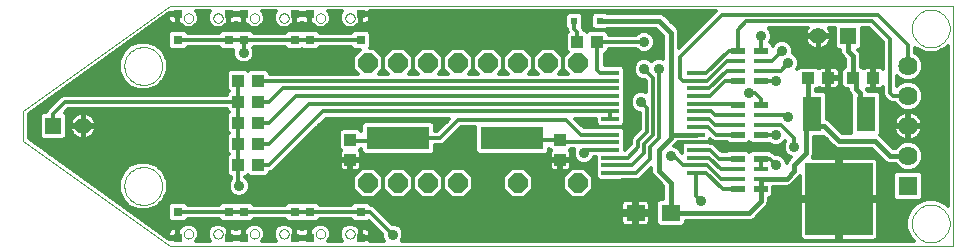
<source format=gtl>
G75*
G70*
%OFA0B0*%
%FSLAX24Y24*%
%IPPOS*%
%LPD*%
%AMOC8*
5,1,8,0,0,1.08239X$1,22.5*
%
%ADD10C,0.0000*%
%ADD11R,0.0555X0.0555*%
%ADD12C,0.0555*%
%ADD13R,0.0433X0.0394*%
%ADD14R,0.0591X0.0157*%
%ADD15R,0.2100X0.0760*%
%ADD16R,0.0394X0.0433*%
%ADD17R,0.0630X0.0551*%
%ADD18R,0.0640X0.0640*%
%ADD19C,0.0640*%
%ADD20R,0.0453X0.0173*%
%ADD21R,0.0453X0.0248*%
%ADD22OC8,0.0634*%
%ADD23R,0.2283X0.2441*%
%ADD24R,0.0630X0.1181*%
%ADD25R,0.0236X0.0236*%
%ADD26R,0.0315X0.0315*%
%ADD27C,0.0160*%
%ADD28C,0.0120*%
%ADD29C,0.0350*%
D10*
X000161Y003782D02*
X005061Y000282D01*
X031161Y000282D01*
X031161Y008282D01*
X005061Y008282D01*
X000161Y004782D01*
X000161Y003782D01*
X003531Y002282D02*
X003533Y002332D01*
X003539Y002382D01*
X003549Y002431D01*
X003563Y002479D01*
X003580Y002526D01*
X003601Y002571D01*
X003626Y002615D01*
X003654Y002656D01*
X003686Y002695D01*
X003720Y002732D01*
X003757Y002766D01*
X003797Y002796D01*
X003839Y002823D01*
X003883Y002847D01*
X003929Y002868D01*
X003976Y002884D01*
X004024Y002897D01*
X004074Y002906D01*
X004123Y002911D01*
X004174Y002912D01*
X004224Y002909D01*
X004273Y002902D01*
X004322Y002891D01*
X004370Y002876D01*
X004416Y002858D01*
X004461Y002836D01*
X004504Y002810D01*
X004545Y002781D01*
X004584Y002749D01*
X004620Y002714D01*
X004652Y002676D01*
X004682Y002636D01*
X004709Y002593D01*
X004732Y002549D01*
X004751Y002503D01*
X004767Y002455D01*
X004779Y002406D01*
X004787Y002357D01*
X004791Y002307D01*
X004791Y002257D01*
X004787Y002207D01*
X004779Y002158D01*
X004767Y002109D01*
X004751Y002061D01*
X004732Y002015D01*
X004709Y001971D01*
X004682Y001928D01*
X004652Y001888D01*
X004620Y001850D01*
X004584Y001815D01*
X004545Y001783D01*
X004504Y001754D01*
X004461Y001728D01*
X004416Y001706D01*
X004370Y001688D01*
X004322Y001673D01*
X004273Y001662D01*
X004224Y001655D01*
X004174Y001652D01*
X004123Y001653D01*
X004074Y001658D01*
X004024Y001667D01*
X003976Y001680D01*
X003929Y001696D01*
X003883Y001717D01*
X003839Y001741D01*
X003797Y001768D01*
X003757Y001798D01*
X003720Y001832D01*
X003686Y001869D01*
X003654Y001908D01*
X003626Y001949D01*
X003601Y001993D01*
X003580Y002038D01*
X003563Y002085D01*
X003549Y002133D01*
X003539Y002182D01*
X003533Y002232D01*
X003531Y002282D01*
X005512Y000687D02*
X005514Y000712D01*
X005520Y000736D01*
X005529Y000758D01*
X005542Y000779D01*
X005558Y000798D01*
X005577Y000814D01*
X005598Y000827D01*
X005620Y000836D01*
X005644Y000842D01*
X005669Y000844D01*
X005694Y000842D01*
X005718Y000836D01*
X005740Y000827D01*
X005761Y000814D01*
X005780Y000798D01*
X005796Y000779D01*
X005809Y000758D01*
X005818Y000736D01*
X005824Y000712D01*
X005826Y000687D01*
X005824Y000662D01*
X005818Y000638D01*
X005809Y000616D01*
X005796Y000595D01*
X005780Y000576D01*
X005761Y000560D01*
X005740Y000547D01*
X005718Y000538D01*
X005694Y000532D01*
X005669Y000530D01*
X005644Y000532D01*
X005620Y000538D01*
X005598Y000547D01*
X005577Y000560D01*
X005558Y000576D01*
X005542Y000595D01*
X005529Y000616D01*
X005520Y000638D01*
X005514Y000662D01*
X005512Y000687D01*
X005514Y000712D01*
X005520Y000736D01*
X005529Y000758D01*
X005542Y000779D01*
X005558Y000798D01*
X005577Y000814D01*
X005598Y000827D01*
X005620Y000836D01*
X005644Y000842D01*
X005669Y000844D01*
X005694Y000842D01*
X005718Y000836D01*
X005740Y000827D01*
X005761Y000814D01*
X005780Y000798D01*
X005796Y000779D01*
X005809Y000758D01*
X005818Y000736D01*
X005824Y000712D01*
X005826Y000687D01*
X005824Y000662D01*
X005818Y000638D01*
X005809Y000616D01*
X005796Y000595D01*
X005780Y000576D01*
X005761Y000560D01*
X005740Y000547D01*
X005718Y000538D01*
X005694Y000532D01*
X005669Y000530D01*
X005644Y000532D01*
X005620Y000538D01*
X005598Y000547D01*
X005577Y000560D01*
X005558Y000576D01*
X005542Y000595D01*
X005529Y000616D01*
X005520Y000638D01*
X005514Y000662D01*
X005512Y000687D01*
X006496Y000687D02*
X006498Y000712D01*
X006504Y000736D01*
X006513Y000758D01*
X006526Y000779D01*
X006542Y000798D01*
X006561Y000814D01*
X006582Y000827D01*
X006604Y000836D01*
X006628Y000842D01*
X006653Y000844D01*
X006678Y000842D01*
X006702Y000836D01*
X006724Y000827D01*
X006745Y000814D01*
X006764Y000798D01*
X006780Y000779D01*
X006793Y000758D01*
X006802Y000736D01*
X006808Y000712D01*
X006810Y000687D01*
X006808Y000662D01*
X006802Y000638D01*
X006793Y000616D01*
X006780Y000595D01*
X006764Y000576D01*
X006745Y000560D01*
X006724Y000547D01*
X006702Y000538D01*
X006678Y000532D01*
X006653Y000530D01*
X006628Y000532D01*
X006604Y000538D01*
X006582Y000547D01*
X006561Y000560D01*
X006542Y000576D01*
X006526Y000595D01*
X006513Y000616D01*
X006504Y000638D01*
X006498Y000662D01*
X006496Y000687D01*
X006498Y000712D01*
X006504Y000736D01*
X006513Y000758D01*
X006526Y000779D01*
X006542Y000798D01*
X006561Y000814D01*
X006582Y000827D01*
X006604Y000836D01*
X006628Y000842D01*
X006653Y000844D01*
X006678Y000842D01*
X006702Y000836D01*
X006724Y000827D01*
X006745Y000814D01*
X006764Y000798D01*
X006780Y000779D01*
X006793Y000758D01*
X006802Y000736D01*
X006808Y000712D01*
X006810Y000687D01*
X006808Y000662D01*
X006802Y000638D01*
X006793Y000616D01*
X006780Y000595D01*
X006764Y000576D01*
X006745Y000560D01*
X006724Y000547D01*
X006702Y000538D01*
X006678Y000532D01*
X006653Y000530D01*
X006628Y000532D01*
X006604Y000538D01*
X006582Y000547D01*
X006561Y000560D01*
X006542Y000576D01*
X006526Y000595D01*
X006513Y000616D01*
X006504Y000638D01*
X006498Y000662D01*
X006496Y000687D01*
X007712Y000687D02*
X007714Y000712D01*
X007720Y000736D01*
X007729Y000758D01*
X007742Y000779D01*
X007758Y000798D01*
X007777Y000814D01*
X007798Y000827D01*
X007820Y000836D01*
X007844Y000842D01*
X007869Y000844D01*
X007894Y000842D01*
X007918Y000836D01*
X007940Y000827D01*
X007961Y000814D01*
X007980Y000798D01*
X007996Y000779D01*
X008009Y000758D01*
X008018Y000736D01*
X008024Y000712D01*
X008026Y000687D01*
X008024Y000662D01*
X008018Y000638D01*
X008009Y000616D01*
X007996Y000595D01*
X007980Y000576D01*
X007961Y000560D01*
X007940Y000547D01*
X007918Y000538D01*
X007894Y000532D01*
X007869Y000530D01*
X007844Y000532D01*
X007820Y000538D01*
X007798Y000547D01*
X007777Y000560D01*
X007758Y000576D01*
X007742Y000595D01*
X007729Y000616D01*
X007720Y000638D01*
X007714Y000662D01*
X007712Y000687D01*
X007714Y000712D01*
X007720Y000736D01*
X007729Y000758D01*
X007742Y000779D01*
X007758Y000798D01*
X007777Y000814D01*
X007798Y000827D01*
X007820Y000836D01*
X007844Y000842D01*
X007869Y000844D01*
X007894Y000842D01*
X007918Y000836D01*
X007940Y000827D01*
X007961Y000814D01*
X007980Y000798D01*
X007996Y000779D01*
X008009Y000758D01*
X008018Y000736D01*
X008024Y000712D01*
X008026Y000687D01*
X008024Y000662D01*
X008018Y000638D01*
X008009Y000616D01*
X007996Y000595D01*
X007980Y000576D01*
X007961Y000560D01*
X007940Y000547D01*
X007918Y000538D01*
X007894Y000532D01*
X007869Y000530D01*
X007844Y000532D01*
X007820Y000538D01*
X007798Y000547D01*
X007777Y000560D01*
X007758Y000576D01*
X007742Y000595D01*
X007729Y000616D01*
X007720Y000638D01*
X007714Y000662D01*
X007712Y000687D01*
X008696Y000687D02*
X008698Y000712D01*
X008704Y000736D01*
X008713Y000758D01*
X008726Y000779D01*
X008742Y000798D01*
X008761Y000814D01*
X008782Y000827D01*
X008804Y000836D01*
X008828Y000842D01*
X008853Y000844D01*
X008878Y000842D01*
X008902Y000836D01*
X008924Y000827D01*
X008945Y000814D01*
X008964Y000798D01*
X008980Y000779D01*
X008993Y000758D01*
X009002Y000736D01*
X009008Y000712D01*
X009010Y000687D01*
X009008Y000662D01*
X009002Y000638D01*
X008993Y000616D01*
X008980Y000595D01*
X008964Y000576D01*
X008945Y000560D01*
X008924Y000547D01*
X008902Y000538D01*
X008878Y000532D01*
X008853Y000530D01*
X008828Y000532D01*
X008804Y000538D01*
X008782Y000547D01*
X008761Y000560D01*
X008742Y000576D01*
X008726Y000595D01*
X008713Y000616D01*
X008704Y000638D01*
X008698Y000662D01*
X008696Y000687D01*
X008698Y000712D01*
X008704Y000736D01*
X008713Y000758D01*
X008726Y000779D01*
X008742Y000798D01*
X008761Y000814D01*
X008782Y000827D01*
X008804Y000836D01*
X008828Y000842D01*
X008853Y000844D01*
X008878Y000842D01*
X008902Y000836D01*
X008924Y000827D01*
X008945Y000814D01*
X008964Y000798D01*
X008980Y000779D01*
X008993Y000758D01*
X009002Y000736D01*
X009008Y000712D01*
X009010Y000687D01*
X009008Y000662D01*
X009002Y000638D01*
X008993Y000616D01*
X008980Y000595D01*
X008964Y000576D01*
X008945Y000560D01*
X008924Y000547D01*
X008902Y000538D01*
X008878Y000532D01*
X008853Y000530D01*
X008828Y000532D01*
X008804Y000538D01*
X008782Y000547D01*
X008761Y000560D01*
X008742Y000576D01*
X008726Y000595D01*
X008713Y000616D01*
X008704Y000638D01*
X008698Y000662D01*
X008696Y000687D01*
X009912Y000687D02*
X009914Y000712D01*
X009920Y000736D01*
X009929Y000758D01*
X009942Y000779D01*
X009958Y000798D01*
X009977Y000814D01*
X009998Y000827D01*
X010020Y000836D01*
X010044Y000842D01*
X010069Y000844D01*
X010094Y000842D01*
X010118Y000836D01*
X010140Y000827D01*
X010161Y000814D01*
X010180Y000798D01*
X010196Y000779D01*
X010209Y000758D01*
X010218Y000736D01*
X010224Y000712D01*
X010226Y000687D01*
X010224Y000662D01*
X010218Y000638D01*
X010209Y000616D01*
X010196Y000595D01*
X010180Y000576D01*
X010161Y000560D01*
X010140Y000547D01*
X010118Y000538D01*
X010094Y000532D01*
X010069Y000530D01*
X010044Y000532D01*
X010020Y000538D01*
X009998Y000547D01*
X009977Y000560D01*
X009958Y000576D01*
X009942Y000595D01*
X009929Y000616D01*
X009920Y000638D01*
X009914Y000662D01*
X009912Y000687D01*
X009914Y000712D01*
X009920Y000736D01*
X009929Y000758D01*
X009942Y000779D01*
X009958Y000798D01*
X009977Y000814D01*
X009998Y000827D01*
X010020Y000836D01*
X010044Y000842D01*
X010069Y000844D01*
X010094Y000842D01*
X010118Y000836D01*
X010140Y000827D01*
X010161Y000814D01*
X010180Y000798D01*
X010196Y000779D01*
X010209Y000758D01*
X010218Y000736D01*
X010224Y000712D01*
X010226Y000687D01*
X010224Y000662D01*
X010218Y000638D01*
X010209Y000616D01*
X010196Y000595D01*
X010180Y000576D01*
X010161Y000560D01*
X010140Y000547D01*
X010118Y000538D01*
X010094Y000532D01*
X010069Y000530D01*
X010044Y000532D01*
X010020Y000538D01*
X009998Y000547D01*
X009977Y000560D01*
X009958Y000576D01*
X009942Y000595D01*
X009929Y000616D01*
X009920Y000638D01*
X009914Y000662D01*
X009912Y000687D01*
X010896Y000687D02*
X010898Y000712D01*
X010904Y000736D01*
X010913Y000758D01*
X010926Y000779D01*
X010942Y000798D01*
X010961Y000814D01*
X010982Y000827D01*
X011004Y000836D01*
X011028Y000842D01*
X011053Y000844D01*
X011078Y000842D01*
X011102Y000836D01*
X011124Y000827D01*
X011145Y000814D01*
X011164Y000798D01*
X011180Y000779D01*
X011193Y000758D01*
X011202Y000736D01*
X011208Y000712D01*
X011210Y000687D01*
X011208Y000662D01*
X011202Y000638D01*
X011193Y000616D01*
X011180Y000595D01*
X011164Y000576D01*
X011145Y000560D01*
X011124Y000547D01*
X011102Y000538D01*
X011078Y000532D01*
X011053Y000530D01*
X011028Y000532D01*
X011004Y000538D01*
X010982Y000547D01*
X010961Y000560D01*
X010942Y000576D01*
X010926Y000595D01*
X010913Y000616D01*
X010904Y000638D01*
X010898Y000662D01*
X010896Y000687D01*
X010898Y000712D01*
X010904Y000736D01*
X010913Y000758D01*
X010926Y000779D01*
X010942Y000798D01*
X010961Y000814D01*
X010982Y000827D01*
X011004Y000836D01*
X011028Y000842D01*
X011053Y000844D01*
X011078Y000842D01*
X011102Y000836D01*
X011124Y000827D01*
X011145Y000814D01*
X011164Y000798D01*
X011180Y000779D01*
X011193Y000758D01*
X011202Y000736D01*
X011208Y000712D01*
X011210Y000687D01*
X011208Y000662D01*
X011202Y000638D01*
X011193Y000616D01*
X011180Y000595D01*
X011164Y000576D01*
X011145Y000560D01*
X011124Y000547D01*
X011102Y000538D01*
X011078Y000532D01*
X011053Y000530D01*
X011028Y000532D01*
X011004Y000538D01*
X010982Y000547D01*
X010961Y000560D01*
X010942Y000576D01*
X010926Y000595D01*
X010913Y000616D01*
X010904Y000638D01*
X010898Y000662D01*
X010896Y000687D01*
X003531Y006282D02*
X003533Y006332D01*
X003539Y006382D01*
X003549Y006431D01*
X003563Y006479D01*
X003580Y006526D01*
X003601Y006571D01*
X003626Y006615D01*
X003654Y006656D01*
X003686Y006695D01*
X003720Y006732D01*
X003757Y006766D01*
X003797Y006796D01*
X003839Y006823D01*
X003883Y006847D01*
X003929Y006868D01*
X003976Y006884D01*
X004024Y006897D01*
X004074Y006906D01*
X004123Y006911D01*
X004174Y006912D01*
X004224Y006909D01*
X004273Y006902D01*
X004322Y006891D01*
X004370Y006876D01*
X004416Y006858D01*
X004461Y006836D01*
X004504Y006810D01*
X004545Y006781D01*
X004584Y006749D01*
X004620Y006714D01*
X004652Y006676D01*
X004682Y006636D01*
X004709Y006593D01*
X004732Y006549D01*
X004751Y006503D01*
X004767Y006455D01*
X004779Y006406D01*
X004787Y006357D01*
X004791Y006307D01*
X004791Y006257D01*
X004787Y006207D01*
X004779Y006158D01*
X004767Y006109D01*
X004751Y006061D01*
X004732Y006015D01*
X004709Y005971D01*
X004682Y005928D01*
X004652Y005888D01*
X004620Y005850D01*
X004584Y005815D01*
X004545Y005783D01*
X004504Y005754D01*
X004461Y005728D01*
X004416Y005706D01*
X004370Y005688D01*
X004322Y005673D01*
X004273Y005662D01*
X004224Y005655D01*
X004174Y005652D01*
X004123Y005653D01*
X004074Y005658D01*
X004024Y005667D01*
X003976Y005680D01*
X003929Y005696D01*
X003883Y005717D01*
X003839Y005741D01*
X003797Y005768D01*
X003757Y005798D01*
X003720Y005832D01*
X003686Y005869D01*
X003654Y005908D01*
X003626Y005949D01*
X003601Y005993D01*
X003580Y006038D01*
X003563Y006085D01*
X003549Y006133D01*
X003539Y006182D01*
X003533Y006232D01*
X003531Y006282D01*
X005512Y007877D02*
X005514Y007902D01*
X005520Y007926D01*
X005529Y007948D01*
X005542Y007969D01*
X005558Y007988D01*
X005577Y008004D01*
X005598Y008017D01*
X005620Y008026D01*
X005644Y008032D01*
X005669Y008034D01*
X005694Y008032D01*
X005718Y008026D01*
X005740Y008017D01*
X005761Y008004D01*
X005780Y007988D01*
X005796Y007969D01*
X005809Y007948D01*
X005818Y007926D01*
X005824Y007902D01*
X005826Y007877D01*
X005824Y007852D01*
X005818Y007828D01*
X005809Y007806D01*
X005796Y007785D01*
X005780Y007766D01*
X005761Y007750D01*
X005740Y007737D01*
X005718Y007728D01*
X005694Y007722D01*
X005669Y007720D01*
X005644Y007722D01*
X005620Y007728D01*
X005598Y007737D01*
X005577Y007750D01*
X005558Y007766D01*
X005542Y007785D01*
X005529Y007806D01*
X005520Y007828D01*
X005514Y007852D01*
X005512Y007877D01*
X005514Y007902D01*
X005520Y007926D01*
X005529Y007948D01*
X005542Y007969D01*
X005558Y007988D01*
X005577Y008004D01*
X005598Y008017D01*
X005620Y008026D01*
X005644Y008032D01*
X005669Y008034D01*
X005694Y008032D01*
X005718Y008026D01*
X005740Y008017D01*
X005761Y008004D01*
X005780Y007988D01*
X005796Y007969D01*
X005809Y007948D01*
X005818Y007926D01*
X005824Y007902D01*
X005826Y007877D01*
X005824Y007852D01*
X005818Y007828D01*
X005809Y007806D01*
X005796Y007785D01*
X005780Y007766D01*
X005761Y007750D01*
X005740Y007737D01*
X005718Y007728D01*
X005694Y007722D01*
X005669Y007720D01*
X005644Y007722D01*
X005620Y007728D01*
X005598Y007737D01*
X005577Y007750D01*
X005558Y007766D01*
X005542Y007785D01*
X005529Y007806D01*
X005520Y007828D01*
X005514Y007852D01*
X005512Y007877D01*
X006496Y007877D02*
X006498Y007902D01*
X006504Y007926D01*
X006513Y007948D01*
X006526Y007969D01*
X006542Y007988D01*
X006561Y008004D01*
X006582Y008017D01*
X006604Y008026D01*
X006628Y008032D01*
X006653Y008034D01*
X006678Y008032D01*
X006702Y008026D01*
X006724Y008017D01*
X006745Y008004D01*
X006764Y007988D01*
X006780Y007969D01*
X006793Y007948D01*
X006802Y007926D01*
X006808Y007902D01*
X006810Y007877D01*
X006808Y007852D01*
X006802Y007828D01*
X006793Y007806D01*
X006780Y007785D01*
X006764Y007766D01*
X006745Y007750D01*
X006724Y007737D01*
X006702Y007728D01*
X006678Y007722D01*
X006653Y007720D01*
X006628Y007722D01*
X006604Y007728D01*
X006582Y007737D01*
X006561Y007750D01*
X006542Y007766D01*
X006526Y007785D01*
X006513Y007806D01*
X006504Y007828D01*
X006498Y007852D01*
X006496Y007877D01*
X006498Y007902D01*
X006504Y007926D01*
X006513Y007948D01*
X006526Y007969D01*
X006542Y007988D01*
X006561Y008004D01*
X006582Y008017D01*
X006604Y008026D01*
X006628Y008032D01*
X006653Y008034D01*
X006678Y008032D01*
X006702Y008026D01*
X006724Y008017D01*
X006745Y008004D01*
X006764Y007988D01*
X006780Y007969D01*
X006793Y007948D01*
X006802Y007926D01*
X006808Y007902D01*
X006810Y007877D01*
X006808Y007852D01*
X006802Y007828D01*
X006793Y007806D01*
X006780Y007785D01*
X006764Y007766D01*
X006745Y007750D01*
X006724Y007737D01*
X006702Y007728D01*
X006678Y007722D01*
X006653Y007720D01*
X006628Y007722D01*
X006604Y007728D01*
X006582Y007737D01*
X006561Y007750D01*
X006542Y007766D01*
X006526Y007785D01*
X006513Y007806D01*
X006504Y007828D01*
X006498Y007852D01*
X006496Y007877D01*
X007712Y007877D02*
X007714Y007902D01*
X007720Y007926D01*
X007729Y007948D01*
X007742Y007969D01*
X007758Y007988D01*
X007777Y008004D01*
X007798Y008017D01*
X007820Y008026D01*
X007844Y008032D01*
X007869Y008034D01*
X007894Y008032D01*
X007918Y008026D01*
X007940Y008017D01*
X007961Y008004D01*
X007980Y007988D01*
X007996Y007969D01*
X008009Y007948D01*
X008018Y007926D01*
X008024Y007902D01*
X008026Y007877D01*
X008024Y007852D01*
X008018Y007828D01*
X008009Y007806D01*
X007996Y007785D01*
X007980Y007766D01*
X007961Y007750D01*
X007940Y007737D01*
X007918Y007728D01*
X007894Y007722D01*
X007869Y007720D01*
X007844Y007722D01*
X007820Y007728D01*
X007798Y007737D01*
X007777Y007750D01*
X007758Y007766D01*
X007742Y007785D01*
X007729Y007806D01*
X007720Y007828D01*
X007714Y007852D01*
X007712Y007877D01*
X007714Y007902D01*
X007720Y007926D01*
X007729Y007948D01*
X007742Y007969D01*
X007758Y007988D01*
X007777Y008004D01*
X007798Y008017D01*
X007820Y008026D01*
X007844Y008032D01*
X007869Y008034D01*
X007894Y008032D01*
X007918Y008026D01*
X007940Y008017D01*
X007961Y008004D01*
X007980Y007988D01*
X007996Y007969D01*
X008009Y007948D01*
X008018Y007926D01*
X008024Y007902D01*
X008026Y007877D01*
X008024Y007852D01*
X008018Y007828D01*
X008009Y007806D01*
X007996Y007785D01*
X007980Y007766D01*
X007961Y007750D01*
X007940Y007737D01*
X007918Y007728D01*
X007894Y007722D01*
X007869Y007720D01*
X007844Y007722D01*
X007820Y007728D01*
X007798Y007737D01*
X007777Y007750D01*
X007758Y007766D01*
X007742Y007785D01*
X007729Y007806D01*
X007720Y007828D01*
X007714Y007852D01*
X007712Y007877D01*
X008696Y007877D02*
X008698Y007902D01*
X008704Y007926D01*
X008713Y007948D01*
X008726Y007969D01*
X008742Y007988D01*
X008761Y008004D01*
X008782Y008017D01*
X008804Y008026D01*
X008828Y008032D01*
X008853Y008034D01*
X008878Y008032D01*
X008902Y008026D01*
X008924Y008017D01*
X008945Y008004D01*
X008964Y007988D01*
X008980Y007969D01*
X008993Y007948D01*
X009002Y007926D01*
X009008Y007902D01*
X009010Y007877D01*
X009008Y007852D01*
X009002Y007828D01*
X008993Y007806D01*
X008980Y007785D01*
X008964Y007766D01*
X008945Y007750D01*
X008924Y007737D01*
X008902Y007728D01*
X008878Y007722D01*
X008853Y007720D01*
X008828Y007722D01*
X008804Y007728D01*
X008782Y007737D01*
X008761Y007750D01*
X008742Y007766D01*
X008726Y007785D01*
X008713Y007806D01*
X008704Y007828D01*
X008698Y007852D01*
X008696Y007877D01*
X008698Y007902D01*
X008704Y007926D01*
X008713Y007948D01*
X008726Y007969D01*
X008742Y007988D01*
X008761Y008004D01*
X008782Y008017D01*
X008804Y008026D01*
X008828Y008032D01*
X008853Y008034D01*
X008878Y008032D01*
X008902Y008026D01*
X008924Y008017D01*
X008945Y008004D01*
X008964Y007988D01*
X008980Y007969D01*
X008993Y007948D01*
X009002Y007926D01*
X009008Y007902D01*
X009010Y007877D01*
X009008Y007852D01*
X009002Y007828D01*
X008993Y007806D01*
X008980Y007785D01*
X008964Y007766D01*
X008945Y007750D01*
X008924Y007737D01*
X008902Y007728D01*
X008878Y007722D01*
X008853Y007720D01*
X008828Y007722D01*
X008804Y007728D01*
X008782Y007737D01*
X008761Y007750D01*
X008742Y007766D01*
X008726Y007785D01*
X008713Y007806D01*
X008704Y007828D01*
X008698Y007852D01*
X008696Y007877D01*
X009912Y007877D02*
X009914Y007902D01*
X009920Y007926D01*
X009929Y007948D01*
X009942Y007969D01*
X009958Y007988D01*
X009977Y008004D01*
X009998Y008017D01*
X010020Y008026D01*
X010044Y008032D01*
X010069Y008034D01*
X010094Y008032D01*
X010118Y008026D01*
X010140Y008017D01*
X010161Y008004D01*
X010180Y007988D01*
X010196Y007969D01*
X010209Y007948D01*
X010218Y007926D01*
X010224Y007902D01*
X010226Y007877D01*
X010224Y007852D01*
X010218Y007828D01*
X010209Y007806D01*
X010196Y007785D01*
X010180Y007766D01*
X010161Y007750D01*
X010140Y007737D01*
X010118Y007728D01*
X010094Y007722D01*
X010069Y007720D01*
X010044Y007722D01*
X010020Y007728D01*
X009998Y007737D01*
X009977Y007750D01*
X009958Y007766D01*
X009942Y007785D01*
X009929Y007806D01*
X009920Y007828D01*
X009914Y007852D01*
X009912Y007877D01*
X009914Y007902D01*
X009920Y007926D01*
X009929Y007948D01*
X009942Y007969D01*
X009958Y007988D01*
X009977Y008004D01*
X009998Y008017D01*
X010020Y008026D01*
X010044Y008032D01*
X010069Y008034D01*
X010094Y008032D01*
X010118Y008026D01*
X010140Y008017D01*
X010161Y008004D01*
X010180Y007988D01*
X010196Y007969D01*
X010209Y007948D01*
X010218Y007926D01*
X010224Y007902D01*
X010226Y007877D01*
X010224Y007852D01*
X010218Y007828D01*
X010209Y007806D01*
X010196Y007785D01*
X010180Y007766D01*
X010161Y007750D01*
X010140Y007737D01*
X010118Y007728D01*
X010094Y007722D01*
X010069Y007720D01*
X010044Y007722D01*
X010020Y007728D01*
X009998Y007737D01*
X009977Y007750D01*
X009958Y007766D01*
X009942Y007785D01*
X009929Y007806D01*
X009920Y007828D01*
X009914Y007852D01*
X009912Y007877D01*
X010896Y007877D02*
X010898Y007902D01*
X010904Y007926D01*
X010913Y007948D01*
X010926Y007969D01*
X010942Y007988D01*
X010961Y008004D01*
X010982Y008017D01*
X011004Y008026D01*
X011028Y008032D01*
X011053Y008034D01*
X011078Y008032D01*
X011102Y008026D01*
X011124Y008017D01*
X011145Y008004D01*
X011164Y007988D01*
X011180Y007969D01*
X011193Y007948D01*
X011202Y007926D01*
X011208Y007902D01*
X011210Y007877D01*
X011208Y007852D01*
X011202Y007828D01*
X011193Y007806D01*
X011180Y007785D01*
X011164Y007766D01*
X011145Y007750D01*
X011124Y007737D01*
X011102Y007728D01*
X011078Y007722D01*
X011053Y007720D01*
X011028Y007722D01*
X011004Y007728D01*
X010982Y007737D01*
X010961Y007750D01*
X010942Y007766D01*
X010926Y007785D01*
X010913Y007806D01*
X010904Y007828D01*
X010898Y007852D01*
X010896Y007877D01*
X010898Y007902D01*
X010904Y007926D01*
X010913Y007948D01*
X010926Y007969D01*
X010942Y007988D01*
X010961Y008004D01*
X010982Y008017D01*
X011004Y008026D01*
X011028Y008032D01*
X011053Y008034D01*
X011078Y008032D01*
X011102Y008026D01*
X011124Y008017D01*
X011145Y008004D01*
X011164Y007988D01*
X011180Y007969D01*
X011193Y007948D01*
X011202Y007926D01*
X011208Y007902D01*
X011210Y007877D01*
X011208Y007852D01*
X011202Y007828D01*
X011193Y007806D01*
X011180Y007785D01*
X011164Y007766D01*
X011145Y007750D01*
X011124Y007737D01*
X011102Y007728D01*
X011078Y007722D01*
X011053Y007720D01*
X011028Y007722D01*
X011004Y007728D01*
X010982Y007737D01*
X010961Y007750D01*
X010942Y007766D01*
X010926Y007785D01*
X010913Y007806D01*
X010904Y007828D01*
X010898Y007852D01*
X010896Y007877D01*
X029781Y007532D02*
X029783Y007582D01*
X029789Y007632D01*
X029799Y007681D01*
X029813Y007729D01*
X029830Y007776D01*
X029851Y007821D01*
X029876Y007865D01*
X029904Y007906D01*
X029936Y007945D01*
X029970Y007982D01*
X030007Y008016D01*
X030047Y008046D01*
X030089Y008073D01*
X030133Y008097D01*
X030179Y008118D01*
X030226Y008134D01*
X030274Y008147D01*
X030324Y008156D01*
X030373Y008161D01*
X030424Y008162D01*
X030474Y008159D01*
X030523Y008152D01*
X030572Y008141D01*
X030620Y008126D01*
X030666Y008108D01*
X030711Y008086D01*
X030754Y008060D01*
X030795Y008031D01*
X030834Y007999D01*
X030870Y007964D01*
X030902Y007926D01*
X030932Y007886D01*
X030959Y007843D01*
X030982Y007799D01*
X031001Y007753D01*
X031017Y007705D01*
X031029Y007656D01*
X031037Y007607D01*
X031041Y007557D01*
X031041Y007507D01*
X031037Y007457D01*
X031029Y007408D01*
X031017Y007359D01*
X031001Y007311D01*
X030982Y007265D01*
X030959Y007221D01*
X030932Y007178D01*
X030902Y007138D01*
X030870Y007100D01*
X030834Y007065D01*
X030795Y007033D01*
X030754Y007004D01*
X030711Y006978D01*
X030666Y006956D01*
X030620Y006938D01*
X030572Y006923D01*
X030523Y006912D01*
X030474Y006905D01*
X030424Y006902D01*
X030373Y006903D01*
X030324Y006908D01*
X030274Y006917D01*
X030226Y006930D01*
X030179Y006946D01*
X030133Y006967D01*
X030089Y006991D01*
X030047Y007018D01*
X030007Y007048D01*
X029970Y007082D01*
X029936Y007119D01*
X029904Y007158D01*
X029876Y007199D01*
X029851Y007243D01*
X029830Y007288D01*
X029813Y007335D01*
X029799Y007383D01*
X029789Y007432D01*
X029783Y007482D01*
X029781Y007532D01*
X029781Y001032D02*
X029783Y001082D01*
X029789Y001132D01*
X029799Y001181D01*
X029813Y001229D01*
X029830Y001276D01*
X029851Y001321D01*
X029876Y001365D01*
X029904Y001406D01*
X029936Y001445D01*
X029970Y001482D01*
X030007Y001516D01*
X030047Y001546D01*
X030089Y001573D01*
X030133Y001597D01*
X030179Y001618D01*
X030226Y001634D01*
X030274Y001647D01*
X030324Y001656D01*
X030373Y001661D01*
X030424Y001662D01*
X030474Y001659D01*
X030523Y001652D01*
X030572Y001641D01*
X030620Y001626D01*
X030666Y001608D01*
X030711Y001586D01*
X030754Y001560D01*
X030795Y001531D01*
X030834Y001499D01*
X030870Y001464D01*
X030902Y001426D01*
X030932Y001386D01*
X030959Y001343D01*
X030982Y001299D01*
X031001Y001253D01*
X031017Y001205D01*
X031029Y001156D01*
X031037Y001107D01*
X031041Y001057D01*
X031041Y001007D01*
X031037Y000957D01*
X031029Y000908D01*
X031017Y000859D01*
X031001Y000811D01*
X030982Y000765D01*
X030959Y000721D01*
X030932Y000678D01*
X030902Y000638D01*
X030870Y000600D01*
X030834Y000565D01*
X030795Y000533D01*
X030754Y000504D01*
X030711Y000478D01*
X030666Y000456D01*
X030620Y000438D01*
X030572Y000423D01*
X030523Y000412D01*
X030474Y000405D01*
X030424Y000402D01*
X030373Y000403D01*
X030324Y000408D01*
X030274Y000417D01*
X030226Y000430D01*
X030179Y000446D01*
X030133Y000467D01*
X030089Y000491D01*
X030047Y000518D01*
X030007Y000548D01*
X029970Y000582D01*
X029936Y000619D01*
X029904Y000658D01*
X029876Y000699D01*
X029851Y000743D01*
X029830Y000788D01*
X029813Y000835D01*
X029799Y000883D01*
X029789Y000932D01*
X029783Y000982D01*
X029781Y001032D01*
D11*
X027661Y007282D03*
X001161Y004282D03*
D12*
X002161Y004282D03*
X026661Y007282D03*
D13*
X026327Y005882D03*
X026996Y005882D03*
X027827Y005882D03*
X028496Y005882D03*
D14*
X022588Y005790D03*
X022588Y006046D03*
X022588Y005534D03*
X022588Y005278D03*
X022588Y005022D03*
X022588Y004766D03*
X022588Y004510D03*
X022588Y004254D03*
X022588Y003998D03*
X022588Y003742D03*
X022588Y003487D03*
X022588Y003231D03*
X022588Y002975D03*
X022588Y002719D03*
X019734Y002719D03*
X019734Y002975D03*
X019734Y003231D03*
X019734Y003487D03*
X019734Y003742D03*
X019734Y003998D03*
X019734Y004254D03*
X019734Y004510D03*
X019734Y004766D03*
X019734Y005022D03*
X019734Y005278D03*
X019734Y005534D03*
X019734Y005790D03*
X019734Y006046D03*
D15*
X016461Y003882D03*
X012661Y003882D03*
D16*
X011061Y003817D03*
X011061Y003148D03*
X007996Y002982D03*
X007327Y002982D03*
X007327Y003682D03*
X007996Y003682D03*
X007996Y004382D03*
X007327Y004382D03*
X007327Y005082D03*
X007996Y005082D03*
X007996Y005782D03*
X007327Y005782D03*
X018061Y003817D03*
X018061Y003148D03*
X018627Y007082D03*
X019296Y007082D03*
D17*
X020571Y001382D03*
X021752Y001382D03*
D18*
X029661Y002282D03*
D19*
X029661Y003282D03*
X029661Y004282D03*
X029661Y005282D03*
X029661Y006282D03*
D20*
X024745Y006125D03*
X023977Y006125D03*
X023977Y006440D03*
X024745Y006440D03*
X024745Y004640D03*
X023977Y004640D03*
X023977Y004325D03*
X024745Y004325D03*
X024745Y002840D03*
X023977Y002840D03*
X023977Y002525D03*
X024745Y002525D03*
D21*
X024745Y002172D03*
X023977Y002172D03*
X023977Y003192D03*
X024745Y003192D03*
X024745Y003972D03*
X023977Y003972D03*
X023977Y004992D03*
X024745Y004992D03*
X024745Y005772D03*
X023977Y005772D03*
X023977Y006792D03*
X024745Y006792D03*
D22*
X018661Y006382D03*
X017661Y006382D03*
X016661Y006382D03*
X015661Y006382D03*
X014661Y006382D03*
X013661Y006382D03*
X012661Y006382D03*
X011661Y006382D03*
X011661Y002382D03*
X012661Y002382D03*
X013661Y002382D03*
X014661Y002382D03*
X016661Y002382D03*
X018661Y002382D03*
D23*
X027361Y001845D03*
D24*
X026464Y004672D03*
X028259Y004672D03*
D25*
X019394Y007782D03*
X018528Y007782D03*
D26*
X011409Y008015D03*
X009713Y008015D03*
X009209Y008015D03*
X007513Y008015D03*
X007009Y008015D03*
X005313Y008015D03*
X005313Y007149D03*
X007009Y007149D03*
X007513Y007149D03*
X009209Y007149D03*
X009713Y007149D03*
X011409Y007149D03*
X011409Y001415D03*
X009713Y001415D03*
X009209Y001415D03*
X007513Y001415D03*
X007009Y001415D03*
X005313Y001415D03*
X005313Y000549D03*
X007009Y000549D03*
X007513Y000549D03*
X009209Y000549D03*
X009713Y000549D03*
X011409Y000549D03*
D27*
X021361Y002782D02*
X021761Y002382D01*
X021761Y001492D01*
X021752Y001382D01*
X024361Y001382D01*
X024745Y001766D01*
X024745Y002172D01*
X024745Y002525D01*
X025604Y002525D01*
X025861Y002782D01*
X025861Y002982D01*
X026264Y003385D01*
X026264Y004382D01*
X026364Y004282D02*
X026861Y004282D01*
X027361Y003782D01*
X028561Y003782D01*
X029061Y003282D01*
X029661Y003282D01*
X028259Y004672D02*
X028061Y004870D01*
X028061Y005382D01*
X027927Y005517D01*
X027927Y005682D01*
X027827Y005882D01*
X027827Y006617D01*
X027661Y006782D01*
X027661Y007282D01*
X026327Y005882D02*
X026327Y004809D01*
X026464Y004672D01*
X022588Y003998D02*
X021768Y003998D01*
X021752Y003982D01*
X021752Y003873D01*
X021361Y003482D01*
X021361Y002782D01*
X021752Y003982D02*
X021752Y007392D01*
X021361Y007782D01*
X019394Y007782D01*
D28*
X004976Y001468D02*
X003711Y001468D01*
X003725Y001586D02*
X003545Y001586D01*
X003593Y001705D02*
X003379Y001705D01*
X003475Y001823D02*
X003213Y001823D01*
X003047Y001942D02*
X003426Y001942D01*
X003475Y001823D02*
X003702Y001596D01*
X004000Y001472D01*
X004322Y001472D01*
X004620Y001596D01*
X004848Y001823D01*
X021348Y001823D01*
X021362Y001838D02*
X021257Y001732D01*
X021257Y001032D01*
X021362Y000927D01*
X022141Y000927D01*
X022247Y001032D01*
X022247Y001122D01*
X024310Y001122D01*
X024413Y001122D01*
X024509Y001162D01*
X024966Y001619D01*
X025005Y001714D01*
X025005Y001818D01*
X025005Y001868D01*
X025046Y001868D01*
X025151Y001974D01*
X025151Y002265D01*
X025552Y002265D01*
X025655Y002265D01*
X025751Y002304D01*
X026060Y002613D01*
X026060Y001905D01*
X027301Y001905D01*
X027301Y001785D01*
X026060Y001785D01*
X026060Y000604D01*
X026070Y000563D01*
X026091Y000526D01*
X026121Y000497D01*
X026158Y000476D01*
X026198Y000465D01*
X027301Y000465D01*
X027301Y001785D01*
X027421Y001785D01*
X027421Y000465D01*
X028524Y000465D01*
X028565Y000476D01*
X028601Y000497D01*
X028631Y000526D01*
X028652Y000563D01*
X028663Y000604D01*
X028663Y001785D01*
X027421Y001785D01*
X027421Y001905D01*
X027301Y001905D01*
X027301Y003226D01*
X026472Y003226D01*
X026484Y003237D01*
X026524Y003333D01*
X026524Y003436D01*
X026524Y003901D01*
X026853Y003901D01*
X026864Y003912D01*
X027214Y003562D01*
X027310Y003522D01*
X027413Y003522D01*
X028454Y003522D01*
X028914Y003062D01*
X029010Y003022D01*
X029113Y003022D01*
X029228Y003022D01*
X029237Y002999D01*
X029378Y002858D01*
X029562Y002782D01*
X029761Y002782D01*
X029944Y002858D01*
X030085Y002999D01*
X030161Y003183D01*
X030161Y003382D01*
X030085Y003565D01*
X029944Y003706D01*
X029761Y003782D01*
X029562Y003782D01*
X029378Y003706D01*
X029237Y003565D01*
X029228Y003542D01*
X029169Y003542D01*
X028782Y003929D01*
X028729Y003982D01*
X028754Y004007D01*
X028754Y005337D01*
X028648Y005442D01*
X028318Y005442D01*
X028283Y005525D01*
X028457Y005525D01*
X028457Y005844D01*
X028534Y005844D01*
X028534Y005525D01*
X028734Y005525D01*
X028774Y005536D01*
X028811Y005557D01*
X028821Y005568D01*
X028821Y005430D01*
X028821Y005334D01*
X028858Y005246D01*
X028958Y005146D01*
X029025Y005079D01*
X029114Y005042D01*
X029219Y005042D01*
X029237Y004999D01*
X029378Y004858D01*
X029562Y004782D01*
X029761Y004782D01*
X029944Y004858D01*
X030085Y004999D01*
X030161Y005183D01*
X030161Y005382D01*
X030085Y005565D01*
X029944Y005706D01*
X029761Y005782D01*
X029944Y005858D01*
X030085Y005999D01*
X030161Y006183D01*
X030161Y006382D01*
X030085Y006565D01*
X030981Y006565D01*
X030981Y006446D02*
X030134Y006446D01*
X030161Y006328D02*
X030981Y006328D01*
X030981Y006209D02*
X030161Y006209D01*
X030123Y006091D02*
X030981Y006091D01*
X030981Y005972D02*
X030058Y005972D01*
X029933Y005854D02*
X030981Y005854D01*
X030981Y005735D02*
X029874Y005735D01*
X029761Y005782D02*
X029562Y005782D01*
X029378Y005858D01*
X029301Y005935D01*
X029301Y005629D01*
X029378Y005706D01*
X029562Y005782D01*
X029761Y005782D01*
X029448Y005735D02*
X029301Y005735D01*
X029301Y005854D02*
X029389Y005854D01*
X030034Y005617D02*
X030981Y005617D01*
X030981Y005498D02*
X030113Y005498D01*
X030161Y005380D02*
X030981Y005380D01*
X030981Y005261D02*
X030161Y005261D01*
X030145Y005142D02*
X030981Y005142D01*
X030981Y005024D02*
X030095Y005024D01*
X029992Y004905D02*
X030981Y004905D01*
X030981Y004787D02*
X029772Y004787D01*
X029774Y004750D02*
X029701Y004762D01*
X029701Y004322D01*
X029621Y004322D01*
X029621Y004242D01*
X029182Y004242D01*
X029193Y004170D01*
X029216Y004098D01*
X029251Y004031D01*
X029295Y003969D01*
X029349Y003916D01*
X029410Y003872D01*
X029477Y003837D01*
X029549Y003814D01*
X029621Y003803D01*
X029621Y004242D01*
X029701Y004242D01*
X029701Y003803D01*
X029774Y003814D01*
X029846Y003837D01*
X029913Y003872D01*
X029974Y003916D01*
X030027Y003969D01*
X030072Y004031D01*
X030106Y004098D01*
X030129Y004170D01*
X030141Y004242D01*
X029701Y004242D01*
X029701Y004322D01*
X030141Y004322D01*
X030129Y004395D01*
X030106Y004466D01*
X030072Y004534D01*
X030027Y004595D01*
X029974Y004648D01*
X029913Y004693D01*
X029846Y004727D01*
X029774Y004750D01*
X029701Y004668D02*
X029621Y004668D01*
X029621Y004762D02*
X029549Y004750D01*
X029477Y004727D01*
X029410Y004693D01*
X029349Y004648D01*
X029295Y004595D01*
X029251Y004534D01*
X029216Y004466D01*
X029193Y004395D01*
X029182Y004322D01*
X029621Y004322D01*
X029621Y004762D01*
X029551Y004787D02*
X028754Y004787D01*
X028754Y004905D02*
X029331Y004905D01*
X029227Y005024D02*
X028754Y005024D01*
X028754Y005142D02*
X028962Y005142D01*
X028852Y005261D02*
X028754Y005261D01*
X028711Y005380D02*
X028821Y005380D01*
X028821Y005498D02*
X028295Y005498D01*
X028457Y005617D02*
X028534Y005617D01*
X028534Y005735D02*
X028457Y005735D01*
X028457Y005921D02*
X028457Y006239D01*
X028258Y006239D01*
X028218Y006228D01*
X028181Y006207D01*
X028175Y006201D01*
X028118Y006259D01*
X028087Y006259D01*
X028087Y006565D01*
X028821Y006565D01*
X028821Y006446D02*
X028087Y006446D01*
X028087Y006328D02*
X028821Y006328D01*
X028774Y006228D02*
X028734Y006239D01*
X028534Y006239D01*
X028534Y005921D01*
X028457Y005921D01*
X028457Y005972D02*
X028534Y005972D01*
X028534Y006091D02*
X028457Y006091D01*
X028457Y006209D02*
X028534Y006209D01*
X028774Y006228D02*
X028811Y006207D01*
X028821Y006196D01*
X028821Y007083D01*
X028362Y007542D01*
X028119Y007542D01*
X028119Y006930D01*
X028013Y006825D01*
X027986Y006825D01*
X028047Y006764D01*
X028087Y006669D01*
X028087Y006565D01*
X028080Y006684D02*
X028821Y006684D01*
X028821Y006802D02*
X028009Y006802D01*
X028109Y006921D02*
X028821Y006921D01*
X028821Y007039D02*
X028119Y007039D01*
X028119Y007158D02*
X028746Y007158D01*
X028628Y007276D02*
X028119Y007276D01*
X028119Y007395D02*
X028509Y007395D01*
X028391Y007513D02*
X028119Y007513D01*
X028461Y007782D02*
X029061Y007182D01*
X029061Y005382D01*
X029161Y005282D01*
X029661Y005282D01*
X029376Y004668D02*
X028754Y004668D01*
X028754Y004550D02*
X029262Y004550D01*
X029205Y004431D02*
X028754Y004431D01*
X028754Y004313D02*
X029621Y004313D01*
X029701Y004313D02*
X030981Y004313D01*
X030981Y004431D02*
X030118Y004431D01*
X030060Y004550D02*
X030981Y004550D01*
X030981Y004668D02*
X029946Y004668D01*
X029701Y004550D02*
X029621Y004550D01*
X029621Y004431D02*
X029701Y004431D01*
X029701Y004194D02*
X029621Y004194D01*
X029621Y004076D02*
X029701Y004076D01*
X029701Y003957D02*
X029621Y003957D01*
X029621Y003839D02*
X029701Y003839D01*
X029848Y003839D02*
X030981Y003839D01*
X030981Y003957D02*
X030015Y003957D01*
X030095Y004076D02*
X030981Y004076D01*
X030981Y004194D02*
X030133Y004194D01*
X029308Y003957D02*
X028754Y003957D01*
X028754Y004076D02*
X029228Y004076D01*
X029189Y004194D02*
X028754Y004194D01*
X028873Y003839D02*
X029475Y003839D01*
X029412Y003720D02*
X028991Y003720D01*
X029110Y003601D02*
X029273Y003601D01*
X029911Y003720D02*
X030981Y003720D01*
X030981Y003601D02*
X030049Y003601D01*
X030119Y003483D02*
X030981Y003483D01*
X030981Y003364D02*
X030161Y003364D01*
X030161Y003246D02*
X030981Y003246D01*
X030981Y003127D02*
X030138Y003127D01*
X030089Y003009D02*
X030981Y003009D01*
X030981Y002890D02*
X029976Y002890D01*
X030056Y002782D02*
X030161Y002677D01*
X030161Y001888D01*
X030056Y001782D01*
X029267Y001782D01*
X029161Y001888D01*
X029161Y002677D01*
X029267Y002782D01*
X030056Y002782D01*
X030066Y002772D02*
X030981Y002772D01*
X030981Y002653D02*
X030161Y002653D01*
X030161Y002535D02*
X030981Y002535D01*
X030981Y002416D02*
X030161Y002416D01*
X030161Y002297D02*
X030981Y002297D01*
X030981Y002179D02*
X030161Y002179D01*
X030161Y002060D02*
X030981Y002060D01*
X030981Y001942D02*
X030161Y001942D01*
X030205Y001823D02*
X030097Y001823D01*
X030250Y001842D02*
X029952Y001719D01*
X029725Y001491D01*
X029601Y001193D01*
X029601Y000871D01*
X029725Y000573D01*
X029836Y000462D01*
X012777Y000462D01*
X012779Y000464D01*
X012833Y000595D01*
X012833Y000736D01*
X012779Y000866D01*
X012679Y000966D01*
X012549Y001020D01*
X012463Y001020D01*
X011932Y001551D01*
X011864Y001619D01*
X011776Y001655D01*
X011739Y001655D01*
X011641Y001753D01*
X011177Y001753D01*
X011080Y001655D01*
X010043Y001655D01*
X009945Y001753D01*
X009481Y001753D01*
X009461Y001733D01*
X009441Y001753D01*
X008977Y001753D01*
X008880Y001655D01*
X007843Y001655D01*
X007745Y001753D01*
X007281Y001753D01*
X007261Y001733D01*
X007241Y001753D01*
X006777Y001753D01*
X006680Y001655D01*
X005643Y001655D01*
X005545Y001753D01*
X005081Y001753D01*
X004976Y001647D01*
X004976Y001183D01*
X005081Y001078D01*
X005545Y001078D01*
X005643Y001175D01*
X006680Y001175D01*
X006777Y001078D01*
X007241Y001078D01*
X007261Y001098D01*
X007281Y001078D01*
X007745Y001078D01*
X007843Y001175D01*
X008880Y001175D01*
X008977Y001078D01*
X009441Y001078D01*
X009461Y001098D01*
X009481Y001078D01*
X009945Y001078D01*
X010043Y001175D01*
X011080Y001175D01*
X011177Y001078D01*
X011641Y001078D01*
X011684Y001120D01*
X012123Y000681D01*
X012123Y000595D01*
X012177Y000464D01*
X012179Y000462D01*
X011727Y000462D01*
X011727Y000530D01*
X011428Y000530D01*
X011428Y000568D01*
X011390Y000568D01*
X011390Y000619D01*
X011391Y000620D01*
X011391Y000754D01*
X011390Y000755D01*
X011390Y000867D01*
X011344Y000867D01*
X011339Y000878D01*
X011245Y000973D01*
X011121Y001024D01*
X010986Y001024D01*
X010862Y000973D01*
X010767Y000878D01*
X010716Y000754D01*
X010716Y000620D01*
X010767Y000496D01*
X010801Y000462D01*
X010322Y000462D01*
X010355Y000496D01*
X010407Y000620D01*
X010407Y000754D01*
X010355Y000878D01*
X010260Y000973D01*
X010136Y001024D01*
X010002Y001024D01*
X009878Y000973D01*
X009783Y000878D01*
X009778Y000867D01*
X009732Y000867D01*
X009732Y000755D01*
X009732Y000754D01*
X009732Y000620D01*
X009732Y000619D01*
X009732Y000568D01*
X009694Y000568D01*
X009694Y000530D01*
X009527Y000530D01*
X009228Y000530D01*
X009228Y000568D01*
X009190Y000568D01*
X009190Y000619D01*
X009191Y000620D01*
X009191Y000754D01*
X009190Y000755D01*
X009190Y000867D01*
X009144Y000867D01*
X009139Y000878D01*
X009045Y000973D01*
X008921Y001024D01*
X008786Y001024D01*
X008662Y000973D01*
X008567Y000878D01*
X008516Y000754D01*
X008516Y000620D01*
X008567Y000496D01*
X008601Y000462D01*
X008122Y000462D01*
X008155Y000496D01*
X008207Y000620D01*
X008207Y000754D01*
X008155Y000878D01*
X008060Y000973D01*
X007936Y001024D01*
X007802Y001024D01*
X007678Y000973D01*
X007583Y000878D01*
X007578Y000867D01*
X007532Y000867D01*
X007532Y000755D01*
X007532Y000754D01*
X007532Y000620D01*
X007532Y000619D01*
X007532Y000568D01*
X007494Y000568D01*
X007494Y000530D01*
X007196Y000530D01*
X007028Y000530D01*
X007028Y000568D01*
X006990Y000568D01*
X006990Y000619D01*
X006991Y000620D01*
X006991Y000754D01*
X006990Y000755D01*
X006990Y000867D01*
X006944Y000867D01*
X006939Y000878D01*
X006845Y000973D01*
X006721Y001024D01*
X006586Y001024D01*
X006462Y000973D01*
X006367Y000878D01*
X006316Y000754D01*
X006316Y000620D01*
X006367Y000496D01*
X006401Y000462D01*
X005922Y000462D01*
X005955Y000496D01*
X006007Y000620D01*
X006007Y000754D01*
X005955Y000878D01*
X005860Y000973D01*
X005736Y001024D01*
X005602Y001024D01*
X005478Y000973D01*
X005383Y000878D01*
X005378Y000867D01*
X005332Y000867D01*
X005332Y000755D01*
X005332Y000754D01*
X005332Y000620D01*
X005332Y000619D01*
X005332Y000568D01*
X005294Y000568D01*
X005294Y000530D01*
X005024Y000530D01*
X000341Y003875D01*
X000341Y004690D01*
X005023Y008034D01*
X005294Y008034D01*
X005294Y007996D01*
X005332Y007996D01*
X005332Y007945D01*
X005332Y007945D01*
X005332Y007810D01*
X005332Y007698D01*
X005378Y007698D01*
X005383Y007686D01*
X005478Y007591D01*
X005602Y007540D01*
X005736Y007540D01*
X005860Y007591D01*
X005955Y007686D01*
X006007Y007810D01*
X006007Y007945D01*
X005955Y008069D01*
X005922Y008102D01*
X006401Y008102D01*
X006367Y008069D01*
X006316Y007945D01*
X006316Y007810D01*
X006367Y007686D01*
X006462Y007591D01*
X006586Y007540D01*
X006721Y007540D01*
X006845Y007591D01*
X006939Y007686D01*
X006944Y007698D01*
X006990Y007698D01*
X006990Y007809D01*
X006991Y007810D01*
X006991Y007945D01*
X006990Y007945D01*
X006990Y007996D01*
X007028Y007996D01*
X007028Y007698D01*
X007188Y007698D01*
X007229Y007709D01*
X007261Y007728D01*
X007294Y007709D01*
X007335Y007698D01*
X007494Y007698D01*
X007494Y007996D01*
X007532Y007996D01*
X007532Y007945D01*
X007532Y007945D01*
X007532Y007810D01*
X007532Y007698D01*
X007578Y007698D01*
X007583Y007686D01*
X007678Y007591D01*
X007802Y007540D01*
X007936Y007540D01*
X008060Y007591D01*
X008155Y007686D01*
X008207Y007810D01*
X008207Y007945D01*
X008155Y008069D01*
X008122Y008102D01*
X008601Y008102D01*
X008567Y008069D01*
X008516Y007945D01*
X008516Y007810D01*
X008567Y007686D01*
X008662Y007591D01*
X008786Y007540D01*
X008921Y007540D01*
X009045Y007591D01*
X009139Y007686D01*
X009144Y007698D01*
X009190Y007698D01*
X009190Y007809D01*
X009191Y007810D01*
X009191Y007945D01*
X009190Y007945D01*
X009190Y007996D01*
X009228Y007996D01*
X009228Y007698D01*
X009388Y007698D01*
X009429Y007709D01*
X009461Y007728D01*
X009494Y007709D01*
X009535Y007698D01*
X009694Y007698D01*
X009694Y007996D01*
X009732Y007996D01*
X009732Y007945D01*
X009732Y007945D01*
X009732Y007810D01*
X009732Y007698D01*
X009778Y007698D01*
X009783Y007686D01*
X009878Y007591D01*
X010002Y007540D01*
X010136Y007540D01*
X010260Y007591D01*
X010355Y007686D01*
X010407Y007810D01*
X010407Y007945D01*
X010355Y008069D01*
X010322Y008102D01*
X010801Y008102D01*
X010767Y008069D01*
X010716Y007945D01*
X010716Y007810D01*
X010767Y007686D01*
X010862Y007591D01*
X010986Y007540D01*
X011121Y007540D01*
X011245Y007591D01*
X011339Y007686D01*
X011344Y007698D01*
X011390Y007698D01*
X011390Y007809D01*
X011391Y007810D01*
X011391Y007945D01*
X011390Y007945D01*
X011390Y007996D01*
X011428Y007996D01*
X011428Y007698D01*
X011588Y007698D01*
X011629Y007709D01*
X011665Y007730D01*
X011695Y007760D01*
X011716Y007796D01*
X011727Y007837D01*
X011727Y007996D01*
X011428Y007996D01*
X011428Y008034D01*
X011727Y008034D01*
X011727Y008102D01*
X023242Y008102D01*
X022012Y006872D01*
X022012Y007340D01*
X022012Y007443D01*
X021972Y007539D01*
X021509Y008003D01*
X021413Y008042D01*
X021310Y008042D01*
X019625Y008042D01*
X019587Y008080D01*
X019202Y008080D01*
X019096Y007975D01*
X019096Y007590D01*
X019202Y007484D01*
X019587Y007484D01*
X019625Y007522D01*
X021254Y007522D01*
X021492Y007284D01*
X021492Y006512D01*
X021432Y006537D01*
X021291Y006537D01*
X021160Y006483D01*
X021111Y006434D01*
X021062Y006483D01*
X020932Y006537D01*
X020791Y006537D01*
X020660Y006483D01*
X020560Y006383D01*
X020506Y006253D01*
X020506Y006112D01*
X020560Y005981D01*
X020660Y005881D01*
X020791Y005827D01*
X020877Y005827D01*
X020921Y005783D01*
X020921Y005400D01*
X020832Y005437D01*
X020691Y005437D01*
X020560Y005383D01*
X020460Y005283D01*
X020406Y005153D01*
X020406Y005012D01*
X020460Y004881D01*
X020560Y004781D01*
X020691Y004727D01*
X020721Y004727D01*
X020721Y004182D01*
X020525Y003986D01*
X020458Y003918D01*
X020421Y003830D01*
X020421Y003682D01*
X020210Y003471D01*
X020209Y003471D01*
X020209Y003640D01*
X020209Y003896D01*
X020209Y004152D01*
X020189Y004172D01*
X020189Y004254D01*
X020107Y004254D01*
X020107Y004254D01*
X020107Y004254D01*
X020189Y004254D01*
X020189Y004337D01*
X020209Y004357D01*
X020209Y004663D01*
X020209Y004919D01*
X020209Y005175D01*
X020209Y005431D01*
X020209Y005687D01*
X020209Y005943D01*
X020209Y006199D01*
X020104Y006304D01*
X019536Y006304D01*
X019536Y006686D01*
X019567Y006686D01*
X019673Y006791D01*
X019673Y006842D01*
X020599Y006842D01*
X020660Y006781D01*
X020791Y006727D01*
X020932Y006727D01*
X021062Y006781D01*
X021162Y006881D01*
X021216Y007012D01*
X021216Y007153D01*
X021162Y007283D01*
X021062Y007383D01*
X020932Y007437D01*
X020791Y007437D01*
X020660Y007383D01*
X020599Y007322D01*
X019673Y007322D01*
X019673Y007373D01*
X019567Y007479D01*
X019024Y007479D01*
X018961Y007415D01*
X018898Y007479D01*
X018861Y007479D01*
X018830Y007553D01*
X018810Y007573D01*
X018826Y007590D01*
X018826Y007975D01*
X018721Y008080D01*
X018336Y008080D01*
X018230Y007975D01*
X018230Y007590D01*
X018288Y007531D01*
X018288Y007468D01*
X018305Y007428D01*
X018250Y007373D01*
X018250Y006791D01*
X018309Y006732D01*
X018164Y006588D01*
X018164Y006176D01*
X018319Y006022D01*
X018004Y006022D01*
X018158Y006176D01*
X018158Y006588D01*
X017867Y006879D01*
X017455Y006879D01*
X017164Y006588D01*
X017164Y006176D01*
X017319Y006022D01*
X017004Y006022D01*
X017158Y006176D01*
X017158Y006588D01*
X016867Y006879D01*
X016455Y006879D01*
X016164Y006588D01*
X016164Y006176D01*
X016319Y006022D01*
X016004Y006022D01*
X016158Y006176D01*
X016158Y006588D01*
X015867Y006879D01*
X015455Y006879D01*
X015164Y006588D01*
X015164Y006176D01*
X015319Y006022D01*
X015004Y006022D01*
X015158Y006176D01*
X015158Y006588D01*
X014867Y006879D01*
X014455Y006879D01*
X014164Y006588D01*
X014164Y006176D01*
X014319Y006022D01*
X014004Y006022D01*
X014158Y006176D01*
X014158Y006588D01*
X013867Y006879D01*
X013455Y006879D01*
X013164Y006588D01*
X013164Y006176D01*
X013319Y006022D01*
X013004Y006022D01*
X013158Y006176D01*
X013158Y006588D01*
X012867Y006879D01*
X012455Y006879D01*
X012164Y006588D01*
X012164Y006176D01*
X012319Y006022D01*
X012004Y006022D01*
X012158Y006176D01*
X012158Y006588D01*
X011867Y006879D01*
X011709Y006879D01*
X011747Y006917D01*
X011747Y007381D01*
X011641Y007487D01*
X011177Y007487D01*
X011080Y007389D01*
X010043Y007389D01*
X009945Y007487D01*
X009481Y007487D01*
X009461Y007467D01*
X009441Y007487D01*
X008977Y007487D01*
X008880Y007389D01*
X007843Y007389D01*
X007745Y007487D01*
X007281Y007487D01*
X007261Y007467D01*
X007241Y007487D01*
X006777Y007487D01*
X006680Y007389D01*
X005643Y007389D01*
X005545Y007487D01*
X005081Y007487D01*
X004976Y007381D01*
X004976Y006917D01*
X005081Y006812D01*
X005545Y006812D01*
X005643Y006909D01*
X006680Y006909D01*
X006777Y006812D01*
X007163Y006812D01*
X007158Y006801D01*
X007158Y006660D01*
X007212Y006529D01*
X007312Y006429D01*
X007443Y006375D01*
X007584Y006375D01*
X007714Y006429D01*
X007814Y006529D01*
X007868Y006660D01*
X007868Y006801D01*
X007829Y006895D01*
X007843Y006909D01*
X008880Y006909D01*
X008977Y006812D01*
X009441Y006812D01*
X009461Y006832D01*
X009481Y006812D01*
X009945Y006812D01*
X010043Y006909D01*
X011080Y006909D01*
X011177Y006812D01*
X011388Y006812D01*
X011164Y006588D01*
X011164Y006176D01*
X011319Y006022D01*
X008373Y006022D01*
X008373Y006073D01*
X008267Y006179D01*
X007724Y006179D01*
X007661Y006115D01*
X007598Y006179D01*
X007055Y006179D01*
X006950Y006073D01*
X006950Y005491D01*
X007009Y005432D01*
X006950Y005373D01*
X006950Y005322D01*
X001514Y005322D01*
X001425Y005286D01*
X001358Y005218D01*
X000958Y004818D01*
X000925Y004740D01*
X000809Y004740D01*
X000704Y004634D01*
X000704Y003930D01*
X000809Y003825D01*
X001513Y003825D01*
X001619Y003930D01*
X001619Y004634D01*
X001536Y004717D01*
X001661Y004842D01*
X006950Y004842D01*
X006950Y004791D01*
X007009Y004732D01*
X006950Y004673D01*
X006950Y004091D01*
X007009Y004032D01*
X006950Y003973D01*
X006950Y003391D01*
X007009Y003332D01*
X006950Y003273D01*
X006950Y002691D01*
X007055Y002586D01*
X007087Y002586D01*
X007087Y002510D01*
X007060Y002483D01*
X007006Y002353D01*
X007006Y002212D01*
X007060Y002081D01*
X007160Y001981D01*
X007291Y001927D01*
X007432Y001927D01*
X007562Y001981D01*
X007662Y002081D01*
X007716Y002212D01*
X007716Y002353D01*
X007662Y002483D01*
X007567Y002579D01*
X007567Y002586D01*
X007598Y002586D01*
X007661Y002649D01*
X007724Y002586D01*
X008267Y002586D01*
X008373Y002691D01*
X008373Y002742D01*
X008409Y002742D01*
X008497Y002779D01*
X008565Y002846D01*
X010245Y004526D01*
X014366Y004526D01*
X013962Y004122D01*
X013891Y004122D01*
X013891Y004337D01*
X013786Y004442D01*
X011537Y004442D01*
X011431Y004337D01*
X011431Y004115D01*
X011333Y004213D01*
X010790Y004213D01*
X010684Y004108D01*
X010684Y003526D01*
X010742Y003468D01*
X010736Y003462D01*
X010715Y003426D01*
X010704Y003385D01*
X010704Y003186D01*
X011023Y003186D01*
X011023Y003109D01*
X011100Y003109D01*
X011100Y003186D01*
X011418Y003186D01*
X011418Y003385D01*
X011407Y003426D01*
X011386Y003462D01*
X011380Y003468D01*
X011431Y003519D01*
X011431Y003428D01*
X011537Y003322D01*
X013786Y003322D01*
X013891Y003428D01*
X013891Y003642D01*
X014109Y003642D01*
X014197Y003679D01*
X014265Y003746D01*
X014761Y004242D01*
X015231Y004242D01*
X015231Y003428D01*
X015337Y003322D01*
X017586Y003322D01*
X017691Y003428D01*
X017691Y003519D01*
X017742Y003468D01*
X017736Y003462D01*
X017715Y003426D01*
X017704Y003385D01*
X017704Y003186D01*
X018023Y003186D01*
X018023Y003109D01*
X018100Y003109D01*
X018100Y003186D01*
X018418Y003186D01*
X018418Y003385D01*
X018407Y003426D01*
X018386Y003462D01*
X018380Y003468D01*
X018415Y003502D01*
X018527Y003502D01*
X018506Y003453D01*
X018506Y003312D01*
X018560Y003181D01*
X018660Y003081D01*
X018791Y003027D01*
X018932Y003027D01*
X019062Y003081D01*
X019162Y003181D01*
X019189Y003247D01*
X019259Y003247D01*
X019259Y003128D01*
X019259Y002872D01*
X019259Y002566D01*
X019364Y002460D01*
X020104Y002460D01*
X020123Y002479D01*
X020646Y002479D01*
X020734Y002515D01*
X020801Y002583D01*
X021101Y002883D01*
X021101Y002834D01*
X021101Y002730D01*
X021141Y002635D01*
X021501Y002274D01*
X021501Y001838D01*
X021362Y001838D01*
X021257Y001705D02*
X021039Y001705D01*
X021035Y001720D02*
X021014Y001756D01*
X020984Y001786D01*
X020947Y001807D01*
X020907Y001818D01*
X020631Y001818D01*
X020631Y001442D01*
X021046Y001442D01*
X021046Y001679D01*
X021035Y001720D01*
X021046Y001586D02*
X021257Y001586D01*
X021257Y001468D02*
X021046Y001468D01*
X021257Y001349D02*
X020631Y001349D01*
X020631Y001322D02*
X020631Y001442D01*
X020511Y001442D01*
X020511Y001818D01*
X020235Y001818D01*
X020194Y001807D01*
X020157Y001786D01*
X020128Y001756D01*
X020107Y001720D01*
X020096Y001679D01*
X020096Y001442D01*
X020511Y001442D01*
X020511Y001322D01*
X020631Y001322D01*
X021046Y001322D01*
X021046Y001086D01*
X021035Y001045D01*
X021014Y001008D01*
X020984Y000979D01*
X020947Y000958D01*
X020907Y000947D01*
X020631Y000947D01*
X020631Y001322D01*
X020631Y001231D02*
X020511Y001231D01*
X020511Y001322D02*
X020511Y000947D01*
X020235Y000947D01*
X020194Y000958D01*
X020157Y000979D01*
X020128Y001008D01*
X020107Y001045D01*
X020096Y001086D01*
X020096Y001322D01*
X020511Y001322D01*
X020511Y001349D02*
X012134Y001349D01*
X012252Y001231D02*
X020096Y001231D01*
X020096Y001112D02*
X012371Y001112D01*
X012613Y000993D02*
X020143Y000993D01*
X020511Y000993D02*
X020631Y000993D01*
X020631Y001112D02*
X020511Y001112D01*
X020999Y000993D02*
X021295Y000993D01*
X021257Y001112D02*
X021046Y001112D01*
X021046Y001231D02*
X021257Y001231D01*
X020631Y001468D02*
X020511Y001468D01*
X020511Y001586D02*
X020631Y001586D01*
X020631Y001705D02*
X020511Y001705D01*
X020103Y001705D02*
X011689Y001705D01*
X011897Y001586D02*
X020096Y001586D01*
X020096Y001468D02*
X012015Y001468D01*
X011728Y001415D02*
X011409Y001415D01*
X009713Y001415D01*
X009209Y001415D01*
X007513Y001415D01*
X007009Y001415D01*
X005313Y001415D01*
X004976Y001349D02*
X003877Y001349D01*
X004043Y001231D02*
X004976Y001231D01*
X005047Y001112D02*
X004209Y001112D01*
X004375Y000993D02*
X005527Y000993D01*
X005579Y001112D02*
X006743Y001112D01*
X006795Y000993D02*
X007727Y000993D01*
X007779Y001112D02*
X008943Y001112D01*
X008995Y000993D02*
X009927Y000993D01*
X009979Y001112D02*
X011143Y001112D01*
X011195Y000993D02*
X011811Y000993D01*
X011929Y000875D02*
X011341Y000875D01*
X011428Y000867D02*
X011428Y000568D01*
X011727Y000568D01*
X011727Y000728D01*
X011716Y000768D01*
X011695Y000805D01*
X011665Y000835D01*
X011629Y000856D01*
X011588Y000867D01*
X011428Y000867D01*
X011428Y000756D02*
X011390Y000756D01*
X011391Y000638D02*
X011428Y000638D01*
X011727Y000638D02*
X012123Y000638D01*
X012154Y000519D02*
X011727Y000519D01*
X011719Y000756D02*
X012048Y000756D01*
X012478Y000665D02*
X011728Y001415D01*
X011692Y001112D02*
X011675Y001112D01*
X010912Y000993D02*
X010211Y000993D01*
X010357Y000875D02*
X010766Y000875D01*
X010717Y000756D02*
X010406Y000756D01*
X010407Y000638D02*
X010716Y000638D01*
X010758Y000519D02*
X010365Y000519D01*
X009732Y000638D02*
X009694Y000638D01*
X009694Y000568D02*
X009694Y000867D01*
X009535Y000867D01*
X009494Y000856D01*
X009461Y000837D01*
X009429Y000856D01*
X009388Y000867D01*
X009228Y000867D01*
X009228Y000568D01*
X009527Y000568D01*
X009694Y000568D01*
X009228Y000638D02*
X009191Y000638D01*
X009190Y000756D02*
X009228Y000756D01*
X009141Y000875D02*
X009782Y000875D01*
X009732Y000756D02*
X009694Y000756D01*
X008712Y000993D02*
X008011Y000993D01*
X008157Y000875D02*
X008566Y000875D01*
X008517Y000756D02*
X008206Y000756D01*
X008207Y000638D02*
X008516Y000638D01*
X008558Y000519D02*
X008165Y000519D01*
X007532Y000638D02*
X007494Y000638D01*
X007494Y000568D02*
X007494Y000867D01*
X007335Y000867D01*
X007294Y000856D01*
X007261Y000837D01*
X007229Y000856D01*
X007188Y000867D01*
X007028Y000867D01*
X007028Y000568D01*
X007196Y000568D01*
X007494Y000568D01*
X007028Y000638D02*
X006991Y000638D01*
X006990Y000756D02*
X007028Y000756D01*
X006941Y000875D02*
X007582Y000875D01*
X007532Y000756D02*
X007494Y000756D01*
X006512Y000993D02*
X005811Y000993D01*
X005957Y000875D02*
X006366Y000875D01*
X006317Y000756D02*
X006006Y000756D01*
X006007Y000638D02*
X006316Y000638D01*
X006358Y000519D02*
X005965Y000519D01*
X005332Y000638D02*
X005294Y000638D01*
X005294Y000568D02*
X005294Y000867D01*
X005135Y000867D01*
X005094Y000856D01*
X005057Y000835D01*
X005028Y000805D01*
X005007Y000768D01*
X004996Y000728D01*
X004996Y000568D01*
X005294Y000568D01*
X004996Y000638D02*
X004873Y000638D01*
X005003Y000756D02*
X004707Y000756D01*
X004541Y000875D02*
X005382Y000875D01*
X005332Y000756D02*
X005294Y000756D01*
X004976Y001586D02*
X004597Y001586D01*
X004729Y001705D02*
X005033Y001705D01*
X004848Y001823D02*
X004971Y002121D01*
X004971Y002443D01*
X004848Y002741D01*
X004620Y002969D01*
X004322Y003092D01*
X004000Y003092D01*
X003702Y002969D01*
X003475Y002741D01*
X003351Y002443D01*
X003351Y002121D01*
X003475Y001823D01*
X003376Y002060D02*
X002881Y002060D01*
X002716Y002179D02*
X003351Y002179D01*
X003351Y002297D02*
X002550Y002297D01*
X002384Y002416D02*
X003351Y002416D01*
X003389Y002535D02*
X002218Y002535D01*
X002052Y002653D02*
X003438Y002653D01*
X003505Y002772D02*
X001886Y002772D01*
X001720Y002890D02*
X003624Y002890D01*
X003799Y003009D02*
X001554Y003009D01*
X001388Y003127D02*
X006950Y003127D01*
X006950Y003009D02*
X004524Y003009D01*
X004699Y002890D02*
X006950Y002890D01*
X006950Y002772D02*
X004817Y002772D01*
X004884Y002653D02*
X006988Y002653D01*
X007087Y002535D02*
X004933Y002535D01*
X004971Y002416D02*
X007032Y002416D01*
X007006Y002297D02*
X004971Y002297D01*
X004971Y002179D02*
X007020Y002179D01*
X007081Y002060D02*
X004946Y002060D01*
X004897Y001942D02*
X007255Y001942D01*
X007467Y001942D02*
X011399Y001942D01*
X011455Y001885D02*
X011867Y001885D01*
X012158Y002176D01*
X012158Y002588D01*
X011867Y002879D01*
X011455Y002879D01*
X011164Y002588D01*
X011164Y002176D01*
X011455Y001885D01*
X011280Y002060D02*
X007641Y002060D01*
X007703Y002179D02*
X011164Y002179D01*
X011164Y002297D02*
X007716Y002297D01*
X007690Y002416D02*
X011164Y002416D01*
X011164Y002535D02*
X007611Y002535D01*
X007361Y002282D02*
X007327Y002317D01*
X007327Y002982D01*
X007327Y003682D01*
X007327Y004382D01*
X007327Y005082D01*
X001561Y005082D01*
X001161Y004682D01*
X001161Y004282D01*
X000704Y004313D02*
X000341Y004313D01*
X000341Y004431D02*
X000704Y004431D01*
X000704Y004550D02*
X000341Y004550D01*
X000341Y004668D02*
X000738Y004668D01*
X000945Y004787D02*
X000477Y004787D01*
X000643Y004905D02*
X001045Y004905D01*
X001164Y005024D02*
X000809Y005024D01*
X000975Y005142D02*
X001282Y005142D01*
X001401Y005261D02*
X001141Y005261D01*
X001307Y005380D02*
X006956Y005380D01*
X006950Y005498D02*
X004385Y005498D01*
X004322Y005472D02*
X004620Y005596D01*
X004848Y005823D01*
X004971Y006121D01*
X004971Y006443D01*
X004848Y006741D01*
X004620Y006969D01*
X004322Y007092D01*
X004000Y007092D01*
X003702Y006969D01*
X003475Y006741D01*
X003351Y006443D01*
X003351Y006121D01*
X003475Y005823D01*
X003702Y005596D01*
X004000Y005472D01*
X004322Y005472D01*
X004641Y005617D02*
X006950Y005617D01*
X006950Y005735D02*
X004760Y005735D01*
X004860Y005854D02*
X006950Y005854D01*
X006950Y005972D02*
X004909Y005972D01*
X004959Y006091D02*
X006967Y006091D01*
X007327Y005782D02*
X007327Y005082D01*
X006954Y004787D02*
X001605Y004787D01*
X001585Y004668D02*
X001955Y004668D01*
X001932Y004656D02*
X001876Y004616D01*
X001828Y004567D01*
X001787Y004511D01*
X001756Y004450D01*
X001735Y004385D01*
X001724Y004317D01*
X001724Y004301D01*
X002142Y004301D01*
X002142Y004263D01*
X001724Y004263D01*
X001724Y004248D01*
X001735Y004180D01*
X001756Y004114D01*
X001787Y004053D01*
X001828Y003997D01*
X001876Y003949D01*
X001932Y003908D01*
X001993Y003877D01*
X002059Y003856D01*
X002127Y003845D01*
X002142Y003845D01*
X002142Y004263D01*
X002180Y004263D01*
X002180Y003845D01*
X002196Y003845D01*
X002264Y003856D01*
X002329Y003877D01*
X002391Y003908D01*
X002446Y003949D01*
X002495Y003997D01*
X002535Y004053D01*
X002567Y004114D01*
X002588Y004180D01*
X002599Y004248D01*
X002599Y004263D01*
X002180Y004263D01*
X002180Y004301D01*
X002142Y004301D01*
X002142Y004720D01*
X002127Y004720D01*
X002059Y004709D01*
X001993Y004688D01*
X001932Y004656D01*
X001815Y004550D02*
X001619Y004550D01*
X001619Y004431D02*
X001750Y004431D01*
X001724Y004313D02*
X001619Y004313D01*
X001619Y004194D02*
X001732Y004194D01*
X001776Y004076D02*
X001619Y004076D01*
X001619Y003957D02*
X001868Y003957D01*
X002142Y003957D02*
X002180Y003957D01*
X002180Y004076D02*
X002142Y004076D01*
X002142Y004194D02*
X002180Y004194D01*
X002180Y004301D02*
X002599Y004301D01*
X002599Y004317D01*
X002588Y004385D01*
X002567Y004450D01*
X002535Y004511D01*
X002495Y004567D01*
X002446Y004616D01*
X002391Y004656D01*
X002329Y004688D01*
X002264Y004709D01*
X002196Y004720D01*
X002180Y004720D01*
X002180Y004301D01*
X002180Y004313D02*
X002142Y004313D01*
X002142Y004431D02*
X002180Y004431D01*
X002180Y004550D02*
X002142Y004550D01*
X002142Y004668D02*
X002180Y004668D01*
X002367Y004668D02*
X006950Y004668D01*
X006950Y004550D02*
X002508Y004550D01*
X002573Y004431D02*
X006950Y004431D01*
X006950Y004313D02*
X002599Y004313D01*
X002590Y004194D02*
X006950Y004194D01*
X006965Y004076D02*
X002547Y004076D01*
X002455Y003957D02*
X006950Y003957D01*
X006950Y003839D02*
X001527Y003839D01*
X000795Y003839D02*
X000392Y003839D01*
X000341Y003957D02*
X000704Y003957D01*
X000704Y004076D02*
X000341Y004076D01*
X000341Y004194D02*
X000704Y004194D01*
X000558Y003720D02*
X006950Y003720D01*
X006950Y003601D02*
X000724Y003601D01*
X000890Y003483D02*
X006950Y003483D01*
X006977Y003364D02*
X001056Y003364D01*
X001222Y003246D02*
X006950Y003246D01*
X007996Y002982D02*
X008361Y002982D01*
X010145Y004766D01*
X019734Y004766D01*
X019734Y004510D01*
X019259Y004526D02*
X018557Y004526D01*
X018845Y004238D01*
X019279Y004238D01*
X019279Y004254D01*
X019361Y004254D01*
X019361Y004254D01*
X019361Y004254D01*
X019279Y004254D01*
X019279Y004337D01*
X019259Y004357D01*
X019259Y004526D01*
X019259Y004431D02*
X018652Y004431D01*
X018770Y004313D02*
X019279Y004313D01*
X019089Y004254D02*
X018961Y004382D01*
X019089Y004254D02*
X019734Y004254D01*
X020289Y004254D01*
X020361Y004182D01*
X020189Y004194D02*
X020721Y004194D01*
X020721Y004313D02*
X020189Y004313D01*
X020209Y004431D02*
X020721Y004431D01*
X020721Y004550D02*
X020209Y004550D01*
X020209Y004668D02*
X020721Y004668D01*
X020555Y004787D02*
X020209Y004787D01*
X020209Y004905D02*
X020450Y004905D01*
X020406Y005024D02*
X020209Y005024D01*
X020209Y005142D02*
X020406Y005142D01*
X020451Y005261D02*
X020209Y005261D01*
X020209Y005380D02*
X020557Y005380D01*
X020209Y005498D02*
X020921Y005498D01*
X020921Y005617D02*
X020209Y005617D01*
X020209Y005735D02*
X020921Y005735D01*
X020727Y005854D02*
X020209Y005854D01*
X020209Y005972D02*
X020569Y005972D01*
X020515Y006091D02*
X020209Y006091D01*
X020199Y006209D02*
X020506Y006209D01*
X020537Y006328D02*
X019536Y006328D01*
X019536Y006446D02*
X020624Y006446D01*
X021099Y006446D02*
X021124Y006446D01*
X021492Y006565D02*
X019536Y006565D01*
X019536Y006684D02*
X021492Y006684D01*
X021492Y006802D02*
X021083Y006802D01*
X021179Y006921D02*
X021492Y006921D01*
X021492Y007039D02*
X021216Y007039D01*
X021214Y007158D02*
X021492Y007158D01*
X021492Y007276D02*
X021165Y007276D01*
X021034Y007395D02*
X021381Y007395D01*
X021262Y007513D02*
X019616Y007513D01*
X019651Y007395D02*
X020688Y007395D01*
X020861Y007082D02*
X019296Y007082D01*
X019296Y006148D01*
X019398Y006046D01*
X019734Y006046D01*
X019734Y005790D02*
X019727Y005782D01*
X007996Y005782D01*
X008355Y006091D02*
X011250Y006091D01*
X011164Y006209D02*
X004971Y006209D01*
X004971Y006328D02*
X011164Y006328D01*
X011164Y006446D02*
X007731Y006446D01*
X007829Y006565D02*
X011164Y006565D01*
X011260Y006684D02*
X007868Y006684D01*
X007868Y006802D02*
X011379Y006802D01*
X011747Y006921D02*
X018250Y006921D01*
X018250Y007039D02*
X011747Y007039D01*
X011747Y007158D02*
X018250Y007158D01*
X018250Y007276D02*
X011747Y007276D01*
X011733Y007395D02*
X018271Y007395D01*
X018288Y007513D02*
X004294Y007513D01*
X004129Y007395D02*
X004989Y007395D01*
X004976Y007276D02*
X003963Y007276D01*
X003797Y007158D02*
X004976Y007158D01*
X004976Y007039D02*
X004450Y007039D01*
X004668Y006921D02*
X004976Y006921D01*
X004787Y006802D02*
X007159Y006802D01*
X007158Y006684D02*
X004872Y006684D01*
X004921Y006565D02*
X007197Y006565D01*
X007295Y006446D02*
X004970Y006446D01*
X003872Y007039D02*
X003631Y007039D01*
X003654Y006921D02*
X003465Y006921D01*
X003536Y006802D02*
X003299Y006802D01*
X003451Y006684D02*
X003133Y006684D01*
X002967Y006565D02*
X003402Y006565D01*
X003353Y006446D02*
X002801Y006446D01*
X002635Y006328D02*
X003351Y006328D01*
X003351Y006209D02*
X002469Y006209D01*
X002303Y006091D02*
X003364Y006091D01*
X003413Y005972D02*
X002137Y005972D01*
X001971Y005854D02*
X003462Y005854D01*
X003563Y005735D02*
X001805Y005735D01*
X001639Y005617D02*
X003681Y005617D01*
X003938Y005498D02*
X001473Y005498D01*
X005313Y007149D02*
X007009Y007149D01*
X007513Y007149D01*
X007513Y006730D01*
X007513Y007149D02*
X009209Y007149D01*
X009713Y007149D01*
X011409Y007149D01*
X011085Y007395D02*
X010037Y007395D01*
X009837Y007632D02*
X009085Y007632D01*
X009190Y007750D02*
X009228Y007750D01*
X009228Y007869D02*
X009191Y007869D01*
X009190Y007988D02*
X009228Y007988D01*
X009228Y007996D02*
X009228Y008034D01*
X009396Y008034D01*
X009694Y008034D01*
X009694Y007996D01*
X009396Y007996D01*
X009228Y007996D01*
X009694Y007988D02*
X009732Y007988D01*
X009732Y007869D02*
X009694Y007869D01*
X009732Y007810D02*
X009732Y007810D01*
X009732Y007750D02*
X009694Y007750D01*
X010301Y007632D02*
X010822Y007632D01*
X010741Y007750D02*
X010382Y007750D01*
X010407Y007869D02*
X010716Y007869D01*
X010734Y007988D02*
X010389Y007988D01*
X011285Y007632D02*
X018230Y007632D01*
X018230Y007750D02*
X011686Y007750D01*
X011727Y007869D02*
X018230Y007869D01*
X018243Y007988D02*
X011727Y007988D01*
X011428Y007988D02*
X011390Y007988D01*
X011391Y007869D02*
X011428Y007869D01*
X011428Y007750D02*
X011390Y007750D01*
X011944Y006802D02*
X012379Y006802D01*
X012260Y006684D02*
X012062Y006684D01*
X012158Y006565D02*
X012164Y006565D01*
X012158Y006446D02*
X012164Y006446D01*
X012158Y006328D02*
X012164Y006328D01*
X012158Y006209D02*
X012164Y006209D01*
X012250Y006091D02*
X012072Y006091D01*
X013072Y006091D02*
X013250Y006091D01*
X013164Y006209D02*
X013158Y006209D01*
X013158Y006328D02*
X013164Y006328D01*
X013158Y006446D02*
X013164Y006446D01*
X013158Y006565D02*
X013164Y006565D01*
X013260Y006684D02*
X013062Y006684D01*
X012944Y006802D02*
X013379Y006802D01*
X013944Y006802D02*
X014379Y006802D01*
X014260Y006684D02*
X014062Y006684D01*
X014158Y006565D02*
X014164Y006565D01*
X014158Y006446D02*
X014164Y006446D01*
X014158Y006328D02*
X014164Y006328D01*
X014158Y006209D02*
X014164Y006209D01*
X014250Y006091D02*
X014072Y006091D01*
X015072Y006091D02*
X015250Y006091D01*
X015164Y006209D02*
X015158Y006209D01*
X015158Y006328D02*
X015164Y006328D01*
X015158Y006446D02*
X015164Y006446D01*
X015158Y006565D02*
X015164Y006565D01*
X015260Y006684D02*
X015062Y006684D01*
X014944Y006802D02*
X015379Y006802D01*
X015944Y006802D02*
X016379Y006802D01*
X016260Y006684D02*
X016062Y006684D01*
X016158Y006565D02*
X016164Y006565D01*
X016158Y006446D02*
X016164Y006446D01*
X016158Y006328D02*
X016164Y006328D01*
X016158Y006209D02*
X016164Y006209D01*
X016250Y006091D02*
X016072Y006091D01*
X017072Y006091D02*
X017250Y006091D01*
X017164Y006209D02*
X017158Y006209D01*
X017158Y006328D02*
X017164Y006328D01*
X017158Y006446D02*
X017164Y006446D01*
X017158Y006565D02*
X017164Y006565D01*
X017260Y006684D02*
X017062Y006684D01*
X016944Y006802D02*
X017379Y006802D01*
X017944Y006802D02*
X018250Y006802D01*
X018260Y006684D02*
X018062Y006684D01*
X018158Y006565D02*
X018164Y006565D01*
X018158Y006446D02*
X018164Y006446D01*
X018158Y006328D02*
X018164Y006328D01*
X018158Y006209D02*
X018164Y006209D01*
X018250Y006091D02*
X018072Y006091D01*
X019734Y005534D02*
X008813Y005534D01*
X008361Y005082D01*
X007996Y005082D01*
X008361Y004382D02*
X009257Y005278D01*
X019734Y005278D01*
X019734Y005022D02*
X009701Y005022D01*
X008361Y003682D01*
X007996Y003682D01*
X009083Y003364D02*
X010704Y003364D01*
X010704Y003246D02*
X008964Y003246D01*
X008846Y003127D02*
X011023Y003127D01*
X011023Y003109D02*
X010704Y003109D01*
X010704Y002910D01*
X010715Y002869D01*
X010736Y002833D01*
X010766Y002803D01*
X010803Y002782D01*
X010843Y002771D01*
X011023Y002771D01*
X011023Y003109D01*
X011100Y003109D02*
X011100Y002771D01*
X011279Y002771D01*
X011320Y002782D01*
X011356Y002803D01*
X011386Y002833D01*
X011407Y002869D01*
X011418Y002910D01*
X011418Y003109D01*
X011100Y003109D01*
X011100Y003127D02*
X018023Y003127D01*
X018023Y003109D02*
X017704Y003109D01*
X017704Y002910D01*
X017715Y002869D01*
X017736Y002833D01*
X017766Y002803D01*
X017803Y002782D01*
X017843Y002771D01*
X018023Y002771D01*
X018023Y003109D01*
X018100Y003109D02*
X018100Y002771D01*
X018279Y002771D01*
X018320Y002782D01*
X018356Y002803D01*
X018386Y002833D01*
X018407Y002869D01*
X018418Y002910D01*
X018418Y003109D01*
X018100Y003109D01*
X018100Y003127D02*
X018614Y003127D01*
X018534Y003246D02*
X018418Y003246D01*
X018418Y003364D02*
X018506Y003364D01*
X018519Y003483D02*
X018395Y003483D01*
X018861Y003382D02*
X018966Y003487D01*
X019734Y003487D01*
X019734Y003742D02*
X018101Y003742D01*
X018061Y003782D01*
X017996Y003782D01*
X018061Y003817D01*
X016696Y003817D01*
X016461Y003882D01*
X015231Y003839D02*
X014357Y003839D01*
X014476Y003957D02*
X015231Y003957D01*
X015231Y004076D02*
X014594Y004076D01*
X014713Y004194D02*
X015231Y004194D01*
X014661Y004482D02*
X014061Y003882D01*
X012661Y003882D01*
X011861Y003682D01*
X011861Y003782D01*
X011196Y003782D01*
X011061Y003817D01*
X010684Y003839D02*
X009557Y003839D01*
X009676Y003957D02*
X010684Y003957D01*
X010684Y004076D02*
X009794Y004076D01*
X009913Y004194D02*
X010771Y004194D01*
X011352Y004194D02*
X011431Y004194D01*
X011431Y004313D02*
X010031Y004313D01*
X010150Y004431D02*
X011526Y004431D01*
X010684Y003720D02*
X009438Y003720D01*
X009320Y003601D02*
X010684Y003601D01*
X010727Y003483D02*
X009201Y003483D01*
X008727Y003009D02*
X010704Y003009D01*
X010710Y002890D02*
X008609Y002890D01*
X008480Y002772D02*
X010841Y002772D01*
X011023Y002772D02*
X011100Y002772D01*
X011100Y002890D02*
X011023Y002890D01*
X011023Y003009D02*
X011100Y003009D01*
X011418Y003009D02*
X017704Y003009D01*
X017710Y002890D02*
X011413Y002890D01*
X011348Y002772D02*
X011281Y002772D01*
X011230Y002653D02*
X008335Y002653D01*
X007793Y001705D02*
X008929Y001705D01*
X009993Y001705D02*
X011129Y001705D01*
X011923Y001942D02*
X012399Y001942D01*
X012455Y001885D02*
X012867Y001885D01*
X013158Y002176D01*
X013158Y002588D01*
X012867Y002879D01*
X012455Y002879D01*
X012164Y002588D01*
X012164Y002176D01*
X012455Y001885D01*
X012280Y002060D02*
X012042Y002060D01*
X012158Y002179D02*
X012164Y002179D01*
X012158Y002297D02*
X012164Y002297D01*
X012158Y002416D02*
X012164Y002416D01*
X012158Y002535D02*
X012164Y002535D01*
X012230Y002653D02*
X012093Y002653D01*
X011974Y002772D02*
X012348Y002772D01*
X012974Y002772D02*
X013348Y002772D01*
X013455Y002879D02*
X013164Y002588D01*
X013164Y002176D01*
X013455Y001885D01*
X013867Y001885D01*
X014158Y002176D01*
X014158Y002588D01*
X013867Y002879D01*
X013455Y002879D01*
X013230Y002653D02*
X013093Y002653D01*
X013158Y002535D02*
X013164Y002535D01*
X013158Y002416D02*
X013164Y002416D01*
X013158Y002297D02*
X013164Y002297D01*
X013158Y002179D02*
X013164Y002179D01*
X013280Y002060D02*
X013042Y002060D01*
X012923Y001942D02*
X013399Y001942D01*
X013923Y001942D02*
X014399Y001942D01*
X014455Y001885D02*
X014867Y001885D01*
X015158Y002176D01*
X015158Y002588D01*
X014867Y002879D01*
X014455Y002879D01*
X014164Y002588D01*
X014164Y002176D01*
X014455Y001885D01*
X014280Y002060D02*
X014042Y002060D01*
X014158Y002179D02*
X014164Y002179D01*
X014158Y002297D02*
X014164Y002297D01*
X014158Y002416D02*
X014164Y002416D01*
X014158Y002535D02*
X014164Y002535D01*
X014230Y002653D02*
X014093Y002653D01*
X013974Y002772D02*
X014348Y002772D01*
X014974Y002772D02*
X016348Y002772D01*
X016455Y002879D02*
X016164Y002588D01*
X016164Y002176D01*
X016455Y001885D01*
X016867Y001885D01*
X017158Y002176D01*
X017158Y002588D01*
X016867Y002879D01*
X016455Y002879D01*
X016974Y002772D02*
X017841Y002772D01*
X018023Y002772D02*
X018100Y002772D01*
X018100Y002890D02*
X018023Y002890D01*
X018023Y003009D02*
X018100Y003009D01*
X018418Y003009D02*
X019259Y003009D01*
X019259Y003127D02*
X019108Y003127D01*
X019189Y003246D02*
X019259Y003246D01*
X019734Y003231D02*
X020310Y003231D01*
X020661Y003582D01*
X020661Y003782D01*
X020961Y004082D01*
X020961Y004882D01*
X020761Y005082D01*
X022061Y005882D02*
X022154Y005790D01*
X022588Y005790D01*
X022969Y005790D01*
X023619Y006440D01*
X023977Y006440D01*
X023977Y006792D02*
X023671Y006792D01*
X022925Y006046D01*
X022588Y006046D01*
X022061Y005882D02*
X022061Y006582D01*
X023461Y007982D01*
X028661Y007982D01*
X029661Y006982D01*
X029661Y006282D01*
X030085Y006565D02*
X029944Y006706D01*
X029901Y006724D01*
X029901Y006897D01*
X029952Y006846D01*
X030250Y006722D01*
X030572Y006722D01*
X030870Y006846D01*
X030981Y006957D01*
X030981Y001608D01*
X030870Y001719D01*
X030572Y001842D01*
X030250Y001842D01*
X029938Y001705D02*
X028663Y001705D01*
X028663Y001586D02*
X029820Y001586D01*
X029715Y001468D02*
X028663Y001468D01*
X028663Y001349D02*
X029666Y001349D01*
X029617Y001231D02*
X028663Y001231D01*
X028663Y001112D02*
X029601Y001112D01*
X029601Y000993D02*
X028663Y000993D01*
X028663Y000875D02*
X029601Y000875D01*
X029649Y000756D02*
X028663Y000756D01*
X028663Y000638D02*
X029698Y000638D01*
X029779Y000519D02*
X028624Y000519D01*
X027421Y000519D02*
X027301Y000519D01*
X027301Y000638D02*
X027421Y000638D01*
X027421Y000756D02*
X027301Y000756D01*
X027301Y000875D02*
X027421Y000875D01*
X027421Y000993D02*
X027301Y000993D01*
X027301Y001112D02*
X027421Y001112D01*
X027421Y001231D02*
X027301Y001231D01*
X027301Y001349D02*
X027421Y001349D01*
X027421Y001468D02*
X027301Y001468D01*
X027301Y001586D02*
X027421Y001586D01*
X027421Y001705D02*
X027301Y001705D01*
X027301Y001823D02*
X025005Y001823D01*
X025001Y001705D02*
X026060Y001705D01*
X026060Y001586D02*
X024933Y001586D01*
X024814Y001468D02*
X026060Y001468D01*
X026060Y001349D02*
X024696Y001349D01*
X024577Y001231D02*
X026060Y001231D01*
X026060Y001112D02*
X022247Y001112D01*
X022208Y000993D02*
X026060Y000993D01*
X026060Y000875D02*
X012771Y000875D01*
X012825Y000756D02*
X026060Y000756D01*
X026060Y000638D02*
X012833Y000638D01*
X012802Y000519D02*
X026099Y000519D01*
X022761Y001782D02*
X022588Y001955D01*
X022588Y002719D01*
X022925Y002719D01*
X023471Y002172D01*
X023977Y002172D01*
X023977Y002525D02*
X023419Y002525D01*
X022969Y002975D01*
X022588Y002975D01*
X022169Y002975D01*
X021861Y003282D01*
X021761Y003282D01*
X022106Y003376D02*
X022062Y003483D01*
X021962Y003583D01*
X021869Y003622D01*
X021972Y003725D01*
X021978Y003738D01*
X022133Y003738D01*
X022133Y003660D01*
X022113Y003640D01*
X022113Y003370D01*
X022106Y003376D01*
X022113Y003483D02*
X022062Y003483D01*
X022113Y003601D02*
X021918Y003601D01*
X021967Y003720D02*
X022133Y003720D01*
X022121Y003742D02*
X022588Y003742D01*
X023201Y003742D01*
X023261Y003682D01*
X023193Y003690D02*
X023105Y003726D01*
X023044Y003726D01*
X023044Y003742D01*
X022961Y003742D01*
X022961Y003742D01*
X022961Y003743D01*
X023044Y003743D01*
X023044Y003825D01*
X023061Y003843D01*
X023125Y003779D01*
X023214Y003742D01*
X023309Y003742D01*
X023603Y003742D01*
X023676Y003668D01*
X024278Y003668D01*
X024361Y003751D01*
X024444Y003668D01*
X025046Y003668D01*
X025060Y003682D01*
X025060Y003681D01*
X025191Y003627D01*
X025332Y003627D01*
X025462Y003681D01*
X025558Y003776D01*
X025506Y003653D01*
X025506Y003512D01*
X025560Y003381D01*
X025660Y003281D01*
X025754Y003242D01*
X025714Y003203D01*
X025641Y003129D01*
X025613Y003061D01*
X025562Y003183D01*
X025462Y003283D01*
X025332Y003337D01*
X025246Y003337D01*
X025187Y003395D01*
X025118Y003424D01*
X025046Y003496D01*
X024444Y003496D01*
X024361Y003413D01*
X024278Y003496D01*
X023676Y003496D01*
X023612Y003432D01*
X023451Y003432D01*
X023193Y003690D01*
X023120Y003720D02*
X023625Y003720D01*
X023663Y003483D02*
X023400Y003483D01*
X023281Y003601D02*
X025506Y003601D01*
X025518Y003483D02*
X025059Y003483D01*
X025219Y003364D02*
X025577Y003364D01*
X025500Y003246D02*
X025746Y003246D01*
X025640Y003127D02*
X025585Y003127D01*
X025261Y002982D02*
X025051Y003192D01*
X024745Y003192D01*
X024745Y002840D01*
X023977Y002840D02*
X023404Y002840D01*
X023013Y003231D01*
X022588Y003231D01*
X022588Y003487D02*
X023057Y003487D01*
X023351Y003192D01*
X023977Y003192D01*
X024291Y003483D02*
X024431Y003483D01*
X024393Y003720D02*
X024330Y003720D01*
X023977Y003972D02*
X023971Y003972D01*
X023961Y003982D01*
X023261Y003982D01*
X022989Y004254D01*
X022588Y004254D01*
X022588Y004510D02*
X023033Y004510D01*
X023219Y004325D01*
X023977Y004325D01*
X024745Y004325D02*
X025419Y004325D01*
X025861Y003882D01*
X025861Y003582D01*
X025534Y003720D02*
X025501Y003720D01*
X025251Y003972D02*
X025261Y003982D01*
X025251Y003972D02*
X024745Y003972D01*
X025661Y004582D02*
X025619Y004640D01*
X024745Y004640D01*
X023977Y004640D02*
X023204Y004640D01*
X023077Y004766D01*
X022588Y004766D01*
X022588Y005022D02*
X023947Y005022D01*
X023977Y004992D01*
X024561Y005382D02*
X024745Y005198D01*
X024745Y004992D01*
X024561Y005382D02*
X024361Y005382D01*
X023977Y005772D02*
X023551Y005772D01*
X023057Y005278D01*
X022588Y005278D01*
X022588Y005534D02*
X023013Y005534D01*
X023604Y006125D01*
X023977Y006125D01*
X024745Y006125D02*
X025404Y006125D01*
X025661Y006382D01*
X025974Y006209D02*
X025986Y006209D01*
X025965Y006189D02*
X026016Y006312D01*
X026016Y006453D01*
X025962Y006583D01*
X025862Y006683D01*
X025813Y006704D01*
X025816Y006712D01*
X025816Y006853D01*
X025762Y006983D01*
X025662Y007083D01*
X025532Y007137D01*
X025391Y007137D01*
X025260Y007083D01*
X025160Y006983D01*
X025151Y006962D01*
X025151Y006991D01*
X025062Y007081D01*
X025116Y007212D01*
X025116Y007353D01*
X025062Y007483D01*
X025003Y007542D01*
X026309Y007542D01*
X026287Y007511D01*
X026256Y007450D01*
X026235Y007385D01*
X026224Y007317D01*
X026224Y007301D01*
X026642Y007301D01*
X026642Y007263D01*
X026224Y007263D01*
X026224Y007248D01*
X026235Y007180D01*
X026256Y007114D01*
X026287Y007053D01*
X026328Y006997D01*
X026376Y006949D01*
X026432Y006908D01*
X026493Y006877D01*
X026559Y006856D01*
X026627Y006845D01*
X026642Y006845D01*
X026642Y007263D01*
X026680Y007263D01*
X026680Y006845D01*
X026696Y006845D01*
X026764Y006856D01*
X026829Y006877D01*
X026891Y006908D01*
X026946Y006949D01*
X026995Y006997D01*
X027035Y007053D01*
X027067Y007114D01*
X027088Y007180D01*
X027099Y007248D01*
X027099Y007263D01*
X026680Y007263D01*
X026680Y007301D01*
X027099Y007301D01*
X027099Y007317D01*
X027088Y007385D01*
X027067Y007450D01*
X027035Y007511D01*
X027013Y007542D01*
X027204Y007542D01*
X027204Y006930D01*
X027309Y006825D01*
X027401Y006825D01*
X027401Y006730D01*
X027441Y006635D01*
X027514Y006562D01*
X027567Y006509D01*
X027567Y006259D01*
X027536Y006259D01*
X027430Y006154D01*
X027430Y005611D01*
X027536Y005505D01*
X027667Y005505D01*
X027667Y005465D01*
X027706Y005370D01*
X027764Y005312D01*
X027764Y004042D01*
X027469Y004042D01*
X027082Y004429D01*
X027009Y004503D01*
X026959Y004523D01*
X026959Y005337D01*
X026853Y005442D01*
X026587Y005442D01*
X026587Y005505D01*
X026618Y005505D01*
X026675Y005563D01*
X026681Y005557D01*
X026718Y005536D01*
X026758Y005525D01*
X026957Y005525D01*
X026957Y005844D01*
X027034Y005844D01*
X027034Y005525D01*
X027234Y005525D01*
X027274Y005536D01*
X027311Y005557D01*
X027340Y005587D01*
X027361Y005624D01*
X027372Y005664D01*
X027372Y005844D01*
X027035Y005844D01*
X027035Y005921D01*
X027372Y005921D01*
X027372Y006100D01*
X027361Y006141D01*
X027340Y006177D01*
X027311Y006207D01*
X027274Y006228D01*
X027234Y006239D01*
X027034Y006239D01*
X027034Y005921D01*
X026957Y005921D01*
X026957Y006239D01*
X026758Y006239D01*
X026718Y006228D01*
X026681Y006207D01*
X026675Y006201D01*
X026618Y006259D01*
X026036Y006259D01*
X025965Y006189D01*
X026016Y006328D02*
X027567Y006328D01*
X027567Y006446D02*
X026016Y006446D01*
X025970Y006565D02*
X027511Y006565D01*
X027421Y006684D02*
X025861Y006684D01*
X025816Y006802D02*
X027401Y006802D01*
X027213Y006921D02*
X026908Y006921D01*
X027025Y007039D02*
X027204Y007039D01*
X027204Y007158D02*
X027081Y007158D01*
X027204Y007276D02*
X026680Y007276D01*
X026642Y007276D02*
X025116Y007276D01*
X025099Y007395D02*
X026238Y007395D01*
X026288Y007513D02*
X025032Y007513D01*
X024761Y007282D02*
X024745Y007266D01*
X024745Y006792D01*
X024745Y006440D02*
X025119Y006440D01*
X025461Y006782D01*
X025788Y006921D02*
X026415Y006921D01*
X026297Y007039D02*
X025706Y007039D01*
X025216Y007039D02*
X025103Y007039D01*
X025062Y007081D02*
X025062Y007081D01*
X025094Y007158D02*
X026242Y007158D01*
X026642Y007158D02*
X026680Y007158D01*
X026680Y007039D02*
X026642Y007039D01*
X026642Y006921D02*
X026680Y006921D01*
X027085Y007395D02*
X027204Y007395D01*
X027204Y007513D02*
X027034Y007513D01*
X028461Y007782D02*
X024261Y007782D01*
X023977Y007498D01*
X023977Y006792D01*
X022534Y007395D02*
X022012Y007395D01*
X022012Y007276D02*
X022416Y007276D01*
X022297Y007158D02*
X022012Y007158D01*
X022012Y007039D02*
X022179Y007039D01*
X022060Y006921D02*
X022012Y006921D01*
X021983Y007513D02*
X022653Y007513D01*
X022772Y007632D02*
X021879Y007632D01*
X021761Y007750D02*
X022890Y007750D01*
X023009Y007869D02*
X021642Y007869D01*
X021524Y007988D02*
X023127Y007988D01*
X020639Y006802D02*
X019673Y006802D01*
X018627Y007082D02*
X018627Y007417D01*
X018528Y007515D01*
X018528Y007782D01*
X018826Y007750D02*
X019096Y007750D01*
X019096Y007632D02*
X018826Y007632D01*
X018846Y007513D02*
X019172Y007513D01*
X019096Y007869D02*
X018826Y007869D01*
X018814Y007988D02*
X019109Y007988D01*
X020861Y006182D02*
X021161Y005882D01*
X021161Y003982D01*
X020861Y003682D01*
X020861Y003382D01*
X020454Y002975D01*
X019734Y002975D01*
X019259Y002890D02*
X018413Y002890D01*
X018455Y002879D02*
X018164Y002588D01*
X018164Y002176D01*
X018455Y001885D01*
X018867Y001885D01*
X019158Y002176D01*
X019158Y002588D01*
X018867Y002879D01*
X018455Y002879D01*
X018348Y002772D02*
X018281Y002772D01*
X018230Y002653D02*
X017093Y002653D01*
X017158Y002535D02*
X018164Y002535D01*
X018164Y002416D02*
X017158Y002416D01*
X017158Y002297D02*
X018164Y002297D01*
X018164Y002179D02*
X017158Y002179D01*
X017042Y002060D02*
X018280Y002060D01*
X018399Y001942D02*
X016923Y001942D01*
X016399Y001942D02*
X014923Y001942D01*
X015042Y002060D02*
X016280Y002060D01*
X016164Y002179D02*
X015158Y002179D01*
X015158Y002297D02*
X016164Y002297D01*
X016164Y002416D02*
X015158Y002416D01*
X015158Y002535D02*
X016164Y002535D01*
X016230Y002653D02*
X015093Y002653D01*
X015295Y003364D02*
X013828Y003364D01*
X013891Y003483D02*
X015231Y003483D01*
X015231Y003601D02*
X013891Y003601D01*
X014238Y003720D02*
X015231Y003720D01*
X014034Y004194D02*
X013891Y004194D01*
X013891Y004313D02*
X014152Y004313D01*
X014271Y004431D02*
X013797Y004431D01*
X014661Y004482D02*
X018261Y004482D01*
X018745Y003998D01*
X019734Y003998D01*
X020209Y003957D02*
X020497Y003957D01*
X020425Y003839D02*
X020209Y003839D01*
X020209Y003720D02*
X020421Y003720D01*
X020341Y003601D02*
X020209Y003601D01*
X020209Y003483D02*
X020223Y003483D01*
X021061Y003582D02*
X021061Y003182D01*
X020598Y002719D01*
X019734Y002719D01*
X019259Y002772D02*
X018974Y002772D01*
X019093Y002653D02*
X019259Y002653D01*
X019290Y002535D02*
X019158Y002535D01*
X019158Y002416D02*
X021360Y002416D01*
X021478Y002297D02*
X019158Y002297D01*
X019158Y002179D02*
X021501Y002179D01*
X021501Y002060D02*
X019042Y002060D01*
X018923Y001942D02*
X021501Y001942D01*
X021241Y002535D02*
X020753Y002535D01*
X020801Y002583D02*
X020801Y002583D01*
X020871Y002653D02*
X021133Y002653D01*
X021101Y002772D02*
X020990Y002772D01*
X021061Y003582D02*
X021361Y003882D01*
X021361Y006182D01*
X024745Y005772D02*
X025251Y005772D01*
X025261Y005782D01*
X026587Y005498D02*
X027667Y005498D01*
X027702Y005380D02*
X026916Y005380D01*
X026959Y005261D02*
X027764Y005261D01*
X027764Y005142D02*
X026959Y005142D01*
X026959Y005024D02*
X027764Y005024D01*
X027764Y004905D02*
X026959Y004905D01*
X026959Y004787D02*
X027764Y004787D01*
X027764Y004668D02*
X026959Y004668D01*
X026959Y004550D02*
X027764Y004550D01*
X027764Y004431D02*
X027080Y004431D01*
X027198Y004313D02*
X027764Y004313D01*
X027764Y004194D02*
X027317Y004194D01*
X027436Y004076D02*
X027764Y004076D01*
X027056Y003720D02*
X026524Y003720D01*
X026524Y003839D02*
X026937Y003839D01*
X027174Y003601D02*
X026524Y003601D01*
X026524Y003483D02*
X028493Y003483D01*
X028611Y003364D02*
X026524Y003364D01*
X026488Y003246D02*
X028730Y003246D01*
X028631Y003164D02*
X028652Y003127D01*
X028849Y003127D01*
X028663Y003087D02*
X028652Y003127D01*
X028663Y003087D02*
X028663Y001905D01*
X027421Y001905D01*
X027421Y003226D01*
X028524Y003226D01*
X028565Y003215D01*
X028601Y003194D01*
X028631Y003164D01*
X028663Y003009D02*
X029233Y003009D01*
X029346Y002890D02*
X028663Y002890D01*
X028663Y002772D02*
X029256Y002772D01*
X029161Y002653D02*
X028663Y002653D01*
X028663Y002535D02*
X029161Y002535D01*
X029161Y002416D02*
X028663Y002416D01*
X028663Y002297D02*
X029161Y002297D01*
X029161Y002179D02*
X028663Y002179D01*
X028663Y002060D02*
X029161Y002060D01*
X029161Y001942D02*
X028663Y001942D01*
X029226Y001823D02*
X027421Y001823D01*
X027421Y001942D02*
X027301Y001942D01*
X027301Y002060D02*
X027421Y002060D01*
X027421Y002179D02*
X027301Y002179D01*
X027301Y002297D02*
X027421Y002297D01*
X027421Y002416D02*
X027301Y002416D01*
X027301Y002535D02*
X027421Y002535D01*
X027421Y002653D02*
X027301Y002653D01*
X027301Y002772D02*
X027421Y002772D01*
X027421Y002890D02*
X027301Y002890D01*
X027301Y003009D02*
X027421Y003009D01*
X027421Y003127D02*
X027301Y003127D01*
X026060Y002535D02*
X025981Y002535D01*
X026060Y002416D02*
X025863Y002416D01*
X025734Y002297D02*
X026060Y002297D01*
X026060Y002179D02*
X025151Y002179D01*
X025151Y002060D02*
X026060Y002060D01*
X026060Y001942D02*
X025119Y001942D01*
X022121Y003742D02*
X022061Y003682D01*
X023057Y003839D02*
X023066Y003839D01*
X020615Y004076D02*
X020209Y004076D01*
X017727Y003483D02*
X017691Y003483D01*
X017704Y003364D02*
X017628Y003364D01*
X017704Y003246D02*
X011418Y003246D01*
X011418Y003364D02*
X011495Y003364D01*
X011431Y003483D02*
X011395Y003483D01*
X008361Y004382D02*
X007996Y004382D01*
X006729Y001705D02*
X005593Y001705D01*
X005637Y007395D02*
X006685Y007395D01*
X006885Y007632D02*
X007637Y007632D01*
X007532Y007750D02*
X007494Y007750D01*
X007532Y007810D02*
X007532Y007810D01*
X007532Y007869D02*
X007494Y007869D01*
X007494Y007988D02*
X007532Y007988D01*
X007494Y007996D02*
X007327Y007996D01*
X007028Y007996D01*
X007028Y008034D01*
X007327Y008034D01*
X007494Y008034D01*
X007494Y007996D01*
X007028Y007988D02*
X006990Y007988D01*
X006991Y007869D02*
X007028Y007869D01*
X007028Y007750D02*
X006990Y007750D01*
X006422Y007632D02*
X005901Y007632D01*
X005982Y007750D02*
X006341Y007750D01*
X006316Y007869D02*
X006007Y007869D01*
X005989Y007988D02*
X006334Y007988D01*
X005437Y007632D02*
X004460Y007632D01*
X004626Y007750D02*
X005037Y007750D01*
X005028Y007760D02*
X005057Y007730D01*
X005094Y007709D01*
X005135Y007698D01*
X005294Y007698D01*
X005294Y007996D01*
X004996Y007996D01*
X004996Y007837D01*
X005007Y007796D01*
X005028Y007760D01*
X004996Y007869D02*
X004792Y007869D01*
X004958Y007988D02*
X004996Y007988D01*
X005294Y007988D02*
X005332Y007988D01*
X005332Y007869D02*
X005294Y007869D01*
X005332Y007810D02*
X005332Y007810D01*
X005332Y007750D02*
X005294Y007750D01*
X007837Y007395D02*
X008886Y007395D01*
X008622Y007632D02*
X008101Y007632D01*
X008182Y007750D02*
X008541Y007750D01*
X008516Y007869D02*
X008207Y007869D01*
X008189Y007988D02*
X008534Y007988D01*
X026264Y004382D02*
X026364Y004282D01*
X026264Y004382D02*
X026464Y004672D01*
X026957Y005617D02*
X027034Y005617D01*
X027034Y005735D02*
X026957Y005735D01*
X027035Y005854D02*
X027430Y005854D01*
X027430Y005972D02*
X027372Y005972D01*
X027372Y006091D02*
X027430Y006091D01*
X027486Y006209D02*
X027307Y006209D01*
X027034Y006209D02*
X026957Y006209D01*
X026957Y006091D02*
X027034Y006091D01*
X027034Y005972D02*
X026957Y005972D01*
X026685Y006209D02*
X026667Y006209D01*
X027372Y005735D02*
X027430Y005735D01*
X027430Y005617D02*
X027357Y005617D01*
X028167Y006209D02*
X028185Y006209D01*
X028807Y006209D02*
X028821Y006209D01*
X029967Y006684D02*
X030981Y006684D01*
X030981Y006802D02*
X030765Y006802D01*
X030945Y006921D02*
X030981Y006921D01*
X030057Y006802D02*
X029901Y006802D01*
X030618Y001823D02*
X030981Y001823D01*
X030981Y001705D02*
X030884Y001705D01*
D29*
X028961Y001482D03*
X028961Y000782D03*
X025661Y000782D03*
X024661Y000782D03*
X023861Y000782D03*
X023061Y000782D03*
X022761Y001782D03*
X025661Y001482D03*
X025261Y002982D03*
X025861Y003582D03*
X025261Y003982D03*
X025661Y004582D03*
X027561Y004382D03*
X024361Y005382D03*
X025261Y005782D03*
X025661Y006382D03*
X025461Y006782D03*
X025961Y007282D03*
X025461Y007382D03*
X024761Y007282D03*
X027261Y006482D03*
X028561Y006982D03*
X021361Y006182D03*
X020861Y006182D03*
X020861Y007082D03*
X016561Y007682D03*
X014561Y007682D03*
X012761Y007682D03*
X010861Y006182D03*
X009361Y006182D03*
X007513Y006730D03*
X006161Y005582D03*
X002761Y005632D03*
X002661Y003232D03*
X005761Y002782D03*
X007361Y002282D03*
X009661Y002382D03*
X009661Y003182D03*
X015661Y002382D03*
X017561Y002382D03*
X019661Y002282D03*
X018861Y003382D03*
X020461Y004182D03*
X020461Y004682D03*
X020761Y005082D03*
X018961Y004382D03*
X021761Y003282D03*
X023561Y003582D03*
X012478Y000665D03*
M02*

</source>
